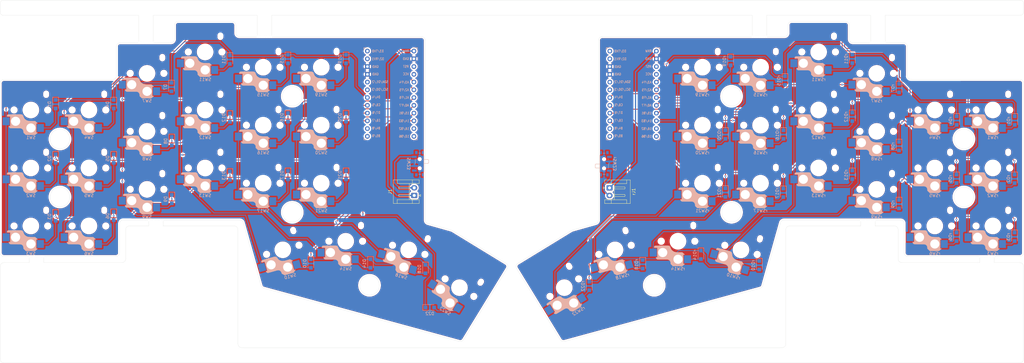
<source format=kicad_pcb>
(kicad_pcb (version 20240108) (generator "pcbnew") (generator_version "8.0")
  (layers (0 "F.Cu" signal) (31 "B.Cu" signal) (34 "B.Paste" user) (35 "F.Paste" user) (36 "B.SilkS" user "B.Silkscreen") (37 "F.SilkS" user "F.Silkscreen") (38 "B.Mask" user) (39 "F.Mask" user) (44 "Edge.Cuts" user))
  (net 0 "")
  (net 1 "Net-(D1-A)")
  (net 2 "Net-(D2-A)")
  (net 3 "Net-(D3-A)")
  (net 4 "Net-(D4-A)")
  (net 5 "Net-(D5-A)")
  (net 6 "Net-(D6-A)")
  (net 7 "Net-(D7-A)")
  (net 8 "Net-(D8-A)")
  (net 9 "Net-(D9-A)")
  (net 10 "Net-(D10-A)")
  (net 11 "Net-(D11-A)")
  (net 12 "Net-(D12-A)")
  (net 13 "Net-(D13-A)")
  (net 14 "Net-(D14-A)")
  (net 15 "Net-(D15-A)")
  (net 16 "Net-(D16-A)")
  (net 17 "Net-(D17-A)")
  (net 18 "Net-(D18-A)")
  (net 19 "Net-(D19-A)")
  (net 20 "Net-(D20-A)")
  (net 21 "Net-(D21-A)")
  (net 22 "Net-(D22-A)")
  (net 23 "GND")
  (net 44 "Net-(rD1-A)")
  (net 45 "Net-(rD2-A)")
  (net 46 "Net-(rD3-A)")
  (net 47 "Net-(rD4-A)")
  (net 48 "Net-(rD5-A)")
  (net 49 "Net-(rD6-A)")
  (net 50 "Net-(rD7-A)")
  (net 51 "Net-(rD8-A)")
  (net 52 "Net-(rD9-A)")
  (net 53 "Net-(rD10-A)")
  (net 54 "Net-(rD11-A)")
  (net 55 "Net-(rD12-A)")
  (net 56 "Net-(rD13-A)")
  (net 57 "Net-(rD14-A)")
  (net 58 "Net-(rD15-A)")
  (net 59 "Net-(rD16-A)")
  (net 60 "Net-(rD17-A)")
  (net 61 "Net-(rD18-A)")
  (net 62 "Net-(rD19-A)")
  (net 63 "Net-(rD20-A)")
  (net 64 "Net-(rD21-A)")
  (net 65 "Net-(rD22-A)")
  (net 66 "/Left/row0")
  (net 67 "/Left/row1")
  (net 68 "/Left/row2")
  (net 69 "/Left/B+")
  (net 70 "/Left/B-")
  (net 71 "/Left/col0")
  (net 72 "/Left/col1")
  (net 73 "/Left/col2")
  (net 74 "/Left/col3")
  (net 75 "/Left/col4")
  (net 76 "/Left/col5")
  (net 77 "/Left/row3")
  (net 78 "/Left/reset")
  (net 79 "/Right/row0")
  (net 80 "/Right/row1")
  (net 81 "/Right/row2")
  (net 82 "/Right/row3")
  (net 83 "/Right/B+")
  (net 84 "/Right/B-")
  (net 85 "/Right/col0")
  (net 86 "/Right/col1")
  (net 87 "/Right/col2")
  (net 88 "/Right/col3")
  (net 89 "/Right/col4")
  (net 90 "/Right/col5")
  (net 91 "/Right/reset")
  (net 92 "GND1")
  (footprint "kbd:Breakaway_Tabs" (layer "F.Cu") (at 323.275012 116.9)
    (property "Reference" "BT6")
    (property "Value" "Breakaway Tabs")
  )
  (footprint "kbd:Breakaway_Tabs" (layer "F.Cu") (at 362.275 128.9)
    (property "Reference" "BT5")
    (property "Value" "Breakaway Tabs")
  )
  (footprint "Connector_JST:JST_EH_S2B-EH_1x02_P2.50mm_Horizontal" (layer "F.Cu") (at 238.746502 106.220606 -90)
    (property "Reference" "rJ1")
    (property "Value" "Conn_01x02_Socket")
  )
  (footprint "Connector_JST:JST_EH_S2B-EH_1x02_P2.50mm_Horizontal" (layer "F.Cu") (at 174.850012 108.699998 90)
    (property "Reference" "J1")
    (property "Value" "Conn_01x02_Socket")
  )
  (footprint "kbd:Breakaway_Tabs" (layer "F.Cu") (at 326.5 58.5)
    (property "Reference" "BT8")
    (property "Value" "Breakaway Tabs")
  )
  (footprint "kbd:Breakaway_Tabs" (layer "F.Cu") (at 287.8 56.5)
    (property "Reference" "BT7")
    (property "Value" "Breakaway Tabs")
  )
  (footprint "kbd:Breakaway_Tabs" (layer "F.Cu") (at 87.1 58.5)
    (property "Reference" "BT3")
    (property "Value" "Breakaway Tabs")
  )
  (footprint "kbd:Breakaway_Tabs" (layer "F.Cu") (at 90.325 116.9)
    (property "Reference" "BT2")
    (property "Value" "Breakaway Tabs")
  )
  (footprint "kbd:Breakaway_Tabs" (layer "F.Cu") (at 51.325 128.9)
    (property "Reference" "BT1")
    (property "Value" "Breakaway Tabs")
  )
  (footprint "kbd:Breakaway_Tabs" (layer "F.Cu") (at 125.825 56.5)
    (property "Reference" "BT4")
    (property "Value" "Breakaway Tabs")
  )
  (footprint "Diode_SMD:Nexperia_CFP3_SOD-123W" (layer "B.Cu") (at 295.59493 107.849958 -90)
    (property "Reference" "rD17")
    (property "Value" "D")
  )
  (footprint "kbd:keyswitch_choc12_hotswap_1u" (layer "B.Cu") (at 152.45001 123.699998 180)
    (property "Reference" "SW14")
    (property "Value" "SW_PUSH" (hide yes))
  )
  (footprint "kbd:keyswitch_choc12_hotswap_1u" (layer "B.Cu") (at 87.45001 87.699998 180)
    (property "Reference" "SW8")
    (property "Value" "SW_PUSH" (hide yes))
  )
  (footprint "Diode_SMD:Nexperia_CFP3_SOD-123W" (layer "B.Cu") (at 278.344928 64.649958 -90)
    (property "Reference" "rD19")
    (property "Value" "D")
  )
  (footprint "kbd:keyswitch_choc12_hotswap_1u" (layer "B.Cu") (at 364.144928 80.699958 180)
    (property "Reference" "rSW1")
    (property "Value" "SW_PUSH" (hide yes))
  )
  (footprint "Diode_SMD:Nexperia_CFP3_SOD-123W" (layer "B.Cu") (at 95.550012 90.899998 -90)
    (property "Reference" "D8")
    (property "Value" "D")
  )
  (footprint "Diode_SMD:Nexperia_CFP3_SOD-123W" (layer "B.Cu") (at 152.550012 83.099998 -90)
    (property "Reference" "D20")
    (property "Value" "D")
  )
  (footprint "kbd:keyswitch_choc12_hotswap_1u" (layer "B.Cu") (at 125.45001 66.699998 180)
    (property "Reference" "SW15")
    (property "Value" "SW_PUSH" (hide yes))
  )
  (footprint "Diode_SMD:Nexperia_CFP3_SOD-123W" (layer "B.Cu") (at 371.244928 103.249958 -90)
    (property "Reference" "rD2")
    (property "Value" "D")
  )
  (footprint "kbd:keyswitch_choc12_hotswap_1u" (layer "B.Cu") (at 326.144928 68.699958 180)
    (property "Reference" "rSW7")
    (property "Value" "SW_PUSH" (hide yes))
  )
  (footprint "Diode_SMD:Nexperia_CFP3_SOD-123W" (layer "B.Cu") (at 57.550012 115.599998 -90)
    (property "Reference" "D3")
    (property "Value" "D")
  )
  (footprint "kbd:keyswitch_choc12_hotswap_1u" (layer "B.Cu") (at 144.45001 66.699998 180)
    (property "Reference" "SW19")
    (property "Value" "SW_PUSH" (hide yes))
  )
  (footprint "Diode_SMD:Nexperia_CFP3_SOD-123W" (layer "B.Cu") (at 268.644928 128.149958 -90)
    (property "Reference" "rD14")
    (property "Value" "D")
  )
  (footprint "kbd:keyswitch_choc12_hotswap_1u" (layer "B.Cu") (at 87.45001 68.699998 180)
    (property "Reference" "SW7")
    (property "Value" "SW_PUSH" (hide yes))
  )
  (footprint "Diode_SMD:Nexperia_CFP3_SOD-123W" (layer "B.Cu") (at 276.644928 107.749958 -90)
    (property "Reference" "rD21")
    (property "Value" "D")
  )
  (footprint "kbd:keyswitch_choc12_hotswap_1u" (layer "B.Cu") (at 307.144928 61.699958 180)
    (property "Reference" "rSW11")
    (property "Value" "SW_PUSH" (hide yes))
  )
  (footprint "kbd:keyswitch_choc12_hotswap_1u" (layer "B.Cu") (at 307.144928 80.699958 180)
    (property "Reference" "rSW12")
    (property "Value" "SW_PUSH" (hide yes))
  )
  (footprint "kbd:keyswitch_choc12_hotswap_1u" (layer "B.Cu") (at 223.944928 138.899958 -148.527)
    (property "Reference" "rSW22")
    (property "Value" "SW_PUSH" (hide yes))
  )
  (footprint "kbd:keyswitch_choc12_hotswap_1u" (layer "B.Cu") (at 345.144928 118.699958 180)
    (property "Reference" "rSW6")
    (property "Value" "SW_PUSH" (hide yes))
  )
  (footprint "kbd:keyswitch_choc12_hotswap_1u" (layer "B.Cu") (at 364.144928 99.699958 180)
    (property "Reference" "rSW2")
    (property "Value" "SW_PUSH" (hide yes))
  )
  (footprint "kbd:keyswitch_choc12_hotswap_1u" (layer "B.Cu") (at 326.144928 87.699958 180)
    (property "Reference" "rSW8")
    (property "Value" "SW_PUSH" (hide yes))
  )
  (footprint "kbd:ProMicro" (layer "B.Cu") (at 167.141412 75.877998 180)
    (property "Reference" "U1" (hide yes))
    (property "Value" "ProMicro" (hide yes))
  )
  (footprint "Diode_SMD:Nexperia_CFP3_SOD-123W" (layer "B.Cu") (at 114.550012 64.199998 -90)
    (property "Reference" "D11")
    (property "Value" "D")
  )
  (footprint "kbd:keyswitch_choc12_hotswap_1u" (layer "B.Cu") (at 189.65001 138.899998 148.527)
    (property "Reference" "SW22")
    (property "Value" "SW_PUSH" (hide yes))
  )
  (footprint "kbd:keyswitch_choc12_hotswap_1u" (layer "B.Cu") (at 345.144928 99.699958 180)
    (property "Reference" "rSW5")
    (property "Value" "SW_PUSH" (hide yes))
  )
  (footprint "Button_Switch_SMD:SW_SPDT_PCM12" (layer "B.Cu") (at 237.276502 98.320606 90)
    (property "Reference" "rSW23")
    (property "Value" "PCM12SMTR")
  )
  (footprint "Diode_SMD:Nexperia_CFP3_SOD-123W" (layer "B.Cu") (at 95.450012 73.199998 -90)
    (property "Reference" "D7")
    (property "Value" "D")
  )
  (footprint "kbd:keyswitch_choc12_hotswap_1u" (layer "B.Cu") (at 345.144928 80.699958 180)
    (property "Reference" "rSW4")
    (property "Value" "SW_PUSH" (hide yes))
  )
  (footprint "kbd:keyswitch_choc12_hotswap_1u" (layer "B.Cu") (at 106.45001 99.699998 180)
    (property "Reference" "SW13")
    (property "Value" "SW_PUSH" (hide yes))
  )
  (footprint "Diode_SMD:Nexperia_CFP3_SOD-123W" (layer "B.Cu") (at 295.644928 88.749958 -90)
    (property "Reference" "rD16")
    (property "Value" "D")
  )
  (footprint "Diode_SMD:Nexperia_CFP3_SOD-123W" (layer "B.Cu") (at 318.144928 82.949958 -90)
    (property "Reference" "rD12")
    (property "Value" "D")
  )
  (footprint "kbd:keyswitch_choc12_hotswap_1u" (layer "B.Cu") (at 364.144928 118.699958 180)
    (property "Reference" "rSW3")
    (property "Value" "SW_PUSH" (hide yes))
  )
  (footprint "Diode_SMD:Nexperia_CFP3_SOD-123W" (layer "B.Cu") (at 179.950012 145.399998)
    (property "Reference" "D22")
    (property "Value" "D")
  )
  (footprint "kbd:keyswitch_choc12_hotswap_1u" (layer "B.Cu") (at 173.05001 126.511937 164.281)
    (property "Reference" "SW18")
    (property "Value" "SW_PUSH" (hide yes))
  )
  (footprint "kbd:keyswitch_choc12_hotswap_1u" (layer "B.Cu") (at 49.45001 80.699998 180)
    (property "Reference" "SW1")
    (property "Value" "SW_PUSH" (hide yes))
  )
  (footprint "kbd:ProMicro" (layer "B.Cu") (at 246.456328 75.887958 180)
    (property "Reference" "rU1" (hide yes))
    (property "Value" "rProMicro" (hide yes))
  )
  (footprint "Diode_SMD:Nexperia_CFP3_SOD-123W" (layer "B.Cu") (at 276.644928 88.749958 -90)
    (property "Reference" "rD20")
    (property "Value" "D")
  )
  (footprint "Diode_SMD:Nexperia_CFP3_SOD-123W" (layer "B.Cu") (at 352.244928 122.249958 -90)
    (property "Reference" "rD6")
    (property "Value" "D")
  )
  (footprint "kbd:keyswitch_choc12_hotswap_1u" (layer "B.Cu") (at 131.858194 126.502908 -164.283)
    (property "Reference" "SW10")
    (property "Value" "SW_PUSH" (hide yes))
  )
  (footprint "Diode_SMD:Nexperia_CFP3_SOD-123W" (layer "B.Cu") (at 232.09493 138.349958 -90)
    (property "Reference" "rD22")
    (property "Value" "D")
  )
  (footprint "Diode_SMD:Nexperia_CFP3_SOD-123W" (layer "B.Cu") (at 57.550012 78.799998 -90)
    (property "Reference" "D1")
    (property "Value" "D")
  )
  (footprint "Diode_SMD:Nexperia_CFP3_SOD-123W" (layer "B.Cu") (at 318.144928 101.949958 -90)
    (property "Reference" "rD13")
    (property "Value" "D")
  )
  (footprint "kbd:keyswitch_choc12_hotswap_1u" (layer "B.Cu") (at 68.45001 99.699998 180)
    (property "Reference" "SW5")
    (property "Value" "SW_PUSH" (hide yes))
  )
  (footprint "Diode_SMD:Nexperia_CFP3_SOD-123W" (layer "B.Cu") (at 287.744928 131.549958 -90)
    (property "Reference" "rD10")
    (property "Value" "D")
  )
  (footprint "kbd:keyswitch_choc12_hotswap_1u" (layer "B.Cu") (at 49.45001 99.699998 180)
    (property "Reference" "SW2")
    (property "Value" "SW_PUSH" (hide yes))
  )
  (footprint "Diode_SMD:Nexperia_CFP3_SOD-123W" (layer "B.Cu") (at 352.244928 103.249958 -90)
    (property "Reference" "rD5")
    (property "Value" "D")
  )
  (footprint "Diode_SMD:Nexperia_CFP3_SOD-123W" (layer "B.Cu") (at 333.444928 73.549958 -90)
    (property "Reference" "rD7")
    (property "Value" "D")
  )
  (footprint "kbd:keyswitch_choc12_hotswap_1u" (layer "B.Cu") (at 125.45001 85.699998 180)
    (property "Reference" "SW16")
    (property "Value" "SW_PUSH" (hide yes))
  )
  (footprint "Diode_SMD:Nexperia_CFP3_SOD-123W" (layer "B.Cu") (at 371.294928 84.163562 -90)
    (property "Reference" "rD1")
    (property "Value" "D")
  )
  (footprint "Diode_SMD:Nexperia_CFP3_SOD-123W" (layer "B.Cu") (at 249.59493 131.249958 -90)
    (property "Reference" "rD18")
    (property "Value" "D")
  )
  (footprint "Diode_SMD:Nexperia_CFP3_SOD-123W" (layer "B.Cu") (at 133.550012 63.999998 -90)
    (property "Reference" "D15")
    (property "Value" "D")
  )
  (footprint "kbd:keyswitch_choc12_hotswap_1u" (layer "B.Cu") (at 49.45001 118.699998 180)
    (property "Reference" "SW3")
    (property "Value" "SW_PUSH" (hide yes))
  )
  (footprint "kbd:keyswitch_choc12_hotswap_1u" (layer "B.Cu") (at 307.144928 99.699958 180)
    (property "Reference" "rSW13")
    (property "Value" "SW_PUSH" (hide yes))
  )
  (footprint "kbd:keyswitch_choc12_hotswap_1u" (layer "B.Cu") (at 288.144928 104.699958 180)
    (property "Reference" "rSW17")
    (property "Value" "SW_PUSH" (hide yes))
  )
  (footprint "kbd:keyswitch_choc12_hotswap_1u" (layer "B.Cu") (at 281.743156 126.520551 164.283)
    (property "Reference" "rSW10")
    (property "Value" "SW_PUSH" (hide yes))
  )
  (footprint "Diode_SMD:Nexperia_CFP3_SOD-123W" (layer "B.Cu") (at 371.244928 122.249958 -90)
    (property "Reference" "rD3")
    (property "Value" "D")
  )
  (footprint "kbd:keyswitch_choc12_hotswap_1u" (layer "B.Cu") (at 269.144928 66.699958 180)
    (property "Reference" "rSW19")
    (property "Value" "SW_PUSH" (hide yes))
  )
  (footprint "Diode_SMD:Nexperia_CFP3_SOD-123W" (layer "B.Cu") (at 333.444928 92.549958 -90)
    (property "Reference" "rD8")
    (property "Value" "D")
  )
  (footprint "kbd:keyswitch_choc12_hotswap_1u" (layer "B.Cu") (at 125.45001 104.699998 180)
    (property "Reference" "SW17")
    (property "Value" "SW_PUSH" (hide yes))
  )
  (footprint "Button_Switch_SMD:SW_SPDT_PCM12" (layer "B.Cu") (at 176.320012 98.299998 -90)
    (property "Reference" "SW23")
    (property "Value" "PCM12SMTR")
  )
  (footprint "kbd:keyswitch_choc12_hotswap_1u" (layer "B.Cu") (at 269.144928 85.699958 180)
    (property "Reference" "rSW20")
    (property "Value" "SW_PUSH" (hide yes))
  )
  (footprint "Diode_SMD:Nexperia_CFP3_SOD-123W" (layer "B.Cu") (at 57.550012 96.599998 -90)
    (property "Reference" "D2")
    (property "Value" "D")
  )
  (footprint "Diode_SMD:Nexperia_CFP3_SOD-123W" (layer "B.Cu") (at 160.550012 130.999998 -90)
    (property "Reference" "D14")
    (property "Value" "D")
  )
  (footprint "kbd:keyswitch_choc12_hotswap_1u" (layer "B.Cu") (at 288.144928 85.699958 180)
    (property "Reference" "rSW16")
    (property "Value" "SW_PUSH" (hide yes))
  )
  (footprint "kbd:keyswitch_choc12_hotswap_1u" (layer "B.Cu") (at 68.45001 80.699998 180)
    (property "Reference" "SW4")
    (property "Value" "SW_PUSH" (hide yes))
  )
  (footprint "Diode_SMD:Nexperia_CFP3_SOD-123W" (layer "B.Cu") (at 352.294928 84.163562 -90)
    (property "Reference" "rD4")
    (property "Value" "D")
  )
  (footprint "Diode_SMD:Nexperia_CFP3_SOD-123W" (layer "B.Cu") (at 114.550012 83.199998 -90)
    (property "Reference" "D12")
    (property "Value" "D")
  )
  (footprint "Diode_SMD:Nexperia_CFP3_SOD-123W" (layer "B.Cu") (at 333.444928 111.549958 -90)
    (property "Reference" "rD9")
    (property "Value" "D")
  )
  (footprint "Diode_SMD:Nexperia_CFP3_SOD-123W" (layer "B.Cu") (at 133.550012 83.099998 -90)
    (property "Reference" "D16")
    (property "Value" "D")
  )
  (footprint "kbd:keyswitch_choc12_hotswap_1u" (layer "B.Cu") (at 269.144928 104.699958 180)
    (property "Reference" "rSW21")
    (property "Value" "SW_PUSH" (hide yes))
  )
  (footprint "kbd:keyswitch_choc12_hotswap_1u" (layer "B.Cu") (at 288.144928 66.699958 180)
    (property "Reference" "rSW15")
    (property "Value" "SW_PUSH" (hide yes))
  )
  (footprint "kbd:keyswitch_choc12_hotswap_1u" (layer "B.Cu") (at 240.546502 126.520606 -164.281)
    (property "Reference" "rSW18")
    (property "Value" "SW_PUSH" (hide yes))
  )
  (footprint "Diode_SMD:Nexperia_CFP3_SOD-123W" (layer "B.Cu") (at 95.550012 109.899998 -90)
    (property "Reference" "D9")
    (property "Value" "D")
  )
  (footprint "kbd:keyswitch_choc12_hotswap_1u" (layer "B.Cu") (at 144.45001 104.699998 180)
    (property "Reference" "SW21")
    (property "Value" "SW_PUSH" (hide yes))
  )
  (footprint "Diode_SMD:Nexperia_CFP3_SOD-123W" (layer "B.Cu") (at 296.144928 71.049958 -90)
    (property "Reference" "rD15")
    (property "Value" "D")
  )
  (footprint "kbd:keyswitch_choc12_hotswap_1u" (layer "B.Cu") (at 68.45001 118.699998 180)
    (property "Reference" "SW6")
    (property "Value" "SW_PUSH" (hide yes))
  )
  (footprint "Diode_SMD:Nexperia_CFP3_SOD-123W" (layer "B.Cu") (at 141.050012 130.999998 -90)
    (property "Reference" "D10")
    (property "Value" "D")
  )
  (footprint "Diode_SMD:Nexperia_CFP3_SOD-123W" (layer "B.Cu") (at 76.550012 78.799998 -90)
    (property "Reference" "D4")
    (property "Value" "D")
  )
  (footprint "Diode_SMD:Nexperia_CFP3_SOD-123W" (layer "B.Cu") (at 178.550012 132.799998 -90)
    (property "Reference" "D18")
    (property "Value" "D")
  )
  (footprint "Diode_SMD:Nexperia_CFP3_SOD-123W" (layer "B.Cu") (at 133.550012 101.999998 -90)
    (property "Reference" "D17")
    (property "Value" "D")
  )
  (footprint "Diode_SMD:Nexperia_CFP3_SOD-123W" (layer "B.Cu") (at 318.144928 63.949958 -90)
    (property "Reference" "rD11")
    (property "Value" "D")
  )
  (footprint "kbd:keyswitch_choc12_hotswap_1u" (layer "B.Cu") (at 144.45001 85.699998 180)
    (property "Reference" "SW20")
    (property "Value" "SW_PUSH" (hide yes))
  )
  (footprint "Diode_SMD:Nexperia_CFP3_SOD-123W" (layer "B.Cu") (at 152.550012 63.999998 -90)
    (property "Reference" "D19")
    (property "Value" "D")
  )
  (footprint "Diode_SMD:Nexperia_CFP3_SOD-123W" (layer "B.Cu") (at 76.550012 115.399998 -90)
    (property "Reference" "D6")
    (property "Value" "D")
  )
  (footprint "kbd:keyswitch_choc12_hotswap_1u" (layer "B.Cu") (at 87.45001 106.699998 180)
    (property "Reference" "SW9")
    (property "Value" "SW_PUSH" (hide yes))
  )
  (footprint "Diode_SMD:Nexperia_CFP3_SOD-123W" (layer "B.Cu") (at 76.550012 96.599998 -90)
    (property "Reference" "D5")
    (property "Value" "D")
  )
  (footprint "kbd:keyswitch_choc12_hotswap_1u" (layer "B.Cu") (at 106.45001 80.699998 180)
    (property "Reference" "SW12")
    (property "Value" "SW_PUSH" (hide yes))
  )
  (footprint "Diode_SMD:Nexperia_CFP3_SOD-123W" (layer "B.Cu") (at 114.550012 102.199998 -90)
    (property "Reference" "D13")
    (property "Value" "D")
  )
  (footprint "kbd:keyswitch_choc12_hotswap_1u" (layer "B.Cu") (at 326.144928 106.699958 180)
    (property "Reference" "rSW9")
    (property "Value" "SW_PUSH" (hide yes))
  )
  (footprint "Diode_SMD:Nexperia_CFP3_SOD-123W" (layer "B.Cu") (at 152.550012 101.999998 -90)
    (property "Reference" "D21")
    (property "Value" "D")
  )
  (footprint "kbd:keyswitch_choc12_hotswap_1u" (layer "B.Cu") (at 261.144928 123.699958 180)
    (property "Reference" "rSW14")
    (property "Value" "SW_PUSH" (hide yes))
  )
  (footprint "kbd:keyswitch_choc12_hotswap_1u" (layer "B.Cu") (at 106.45001 61.699998 180)
    (property "Reference" "SW11")
    (property "Value" "SW_PUSH" (hide yes))
  )
  (gr_line (start 290.150012 49.7) (end 324.150012 49.7) (stroke (width 0.05)) (layer "Edge.Cuts"))
  (gr_line (start 317.150012 57.499988) (end 317.150012 52.900012) (stroke (width 0.05)) (layer "Edge.Cuts"))
  (gr_curve (pts (xy 55.7 90.2) (xy 55.7 88.409961) (xy 57.160022 86.95) (xy 58.95 86.95)) (stroke (width 0.05)) (layer "Edge.Cuts"))
  (gr_curve (pts (xy 317.150012 52.900012) (xy 317.150012 52.239978) (xy 316.610034 51.7) (xy 315.95 51.7)) (stroke (width 0.05)) (layer "Edge.Cuts"))
  (gr_line (start 118.95 117.580005) (end 124.759998 138.219959) (stroke (width 0.05)) (layer "Edge.Cuts"))
  (gr_curve (pts (xy 205.250049 132.599963) (xy 205.600024 132.029956) (xy 205.420032 131.289966) (xy 204.860034 130.95)) (stroke (width 0.05)) (layer "Edge.Cuts"))
  (gr_curve (pts (xy 40.650012 70.7) (xy 39.990039 70.7) (xy 39.45 71.239978) (xy 39.45 71.900012)) (stroke (width 0.05)) (layer "Edge.Cuts"))
  (gr_line (start 372.95 130.7) (end 364.650012 130.7) (stroke (width 0.05)) (layer "Edge.Cuts"))
  (gr_line (start 364.650012 128.7) (end 372.95 128.7) (stroke (width 0.05)) (layer "Edge.Cuts"))
  (gr_curve (pts (xy 333.95 116.7) (xy 334.610034 116.7) (xy 335.150012 117.239978) (xy 335.150012 117.900012)) (stroke (width 0.05)) (layer "Edge.Cuts"))
  (gr_curve (pts (xy 39.45 162.339954) (xy 39.45 162.999988) (xy 39.990039 163.539966) (xy 40.650012 163.539966)) (stroke (width 0.05)) (layer "Edge.Cuts"))
  (gr_line (start 328.900012 58.7) (end 328.900012 49.7) (stroke (width 0.05)) (layer "Edge.Cuts"))
  (gr_line (start 117.190051 157.339954) (end 117.190051 119.900012) (stroke (width 0.05)) (layer "Edge.Cuts"))
  (gr_line (start 290.150012 56.7) (end 290.150012 49.7) (stroke (width 0.05)) (layer "Edge.Cuts"))
  (gr_line (start 48.95 128.7) (end 48.95 130.7) (stroke (width 0.05)) (layer "Edge.Cuts"))
  (gr_line (start 79.650012 116.7) (end 87.95 116.7) (stroke (width 0.05)) (layer "Edge.Cuts"))
  (gr_line (start 320.900012 116.7) (end 320.900012 118.7) (stroke (width 0.05)) (layer "Edge.Cuts"))
  (gr_curve (pts (xy 179.319995 117.919971) (xy 178.800037 117.770007) (xy 178.45 117.299976) (xy 178.45 116.770007)) (stroke (width 0.05)) (layer "Edge.Cuts"))
  (gr_line (start 334.95 58.7) (end 328.900012 58.7) (stroke (width 0.05)) (layer "Edge.Cuts"))
  (gr_curve (pts (xy 354.650012 105.95) (xy 356.440051 105.95) (xy 357.900012 107.409961) (xy 357.900012 109.2)) (stroke (width 0.05)) (layer "Edge.Cuts"))
  (gr_curve (pts (xy 58.95 112.45) (xy 57.160022 112.45) (xy 55.7 110.999988) (xy 55.7 109.2)) (stroke (width 0.05)) (layer "Edge.Cuts"))
  (gr_line (start 333.150012 129.499988) (end 333.150012 119.900012) (stroke (width 0.05)) (layer "Edge.Cuts"))
  (gr_curve (pts (xy 288.000049 139.059985) (xy 288.410022 138.95) (xy 288.72002 138.629993) (xy 288.840015 138.219959)) (stroke (width 0.05)) (layer "Edge.Cuts"))
  (gr_line (start 53.7 128.7) (end 77.250049 128.7) (stroke (width 0.05)) (layer "Edge.Cuts"))
  (gr_curve (pts (xy 96.45 57.499988) (xy 96.45 58.159961) (xy 95.910022 58.7) (xy 95.250049 58.7)) (stroke (width 0.05)) (layer "Edge.Cuts"))
  (gr_curve (pts (xy 187.340015 120.229968) (xy 187.250049 120.169971) (xy 187.150012 120.119983) (xy 187.040027 120.089954)) (stroke (width 0.05)) (layer "Edge.Cuts"))
  (gr_line (start 315.95 51.7) (end 298.350024 51.7) (stroke (width 0.05)) (layer "Edge.Cuts"))
  (gr_line (start 84.7 58.7) (end 78.650012 58.7) (stroke (width 0.05)) (layer "Edge.Cuts"))
  (gr_curve (pts (xy 208.740039 130.95) (xy 208.180042 131.289966) (xy 208.000049 132.029956) (xy 208.350024 132.599963)) (stroke (width 0.05)) (layer "Edge.Cuts"))
  (gr_line (start 53.7 130.7) (end 53.7 128.7) (stroke (width 0.05)) (layer "Edge.Cuts"))
  (gr_line (start 374.150012 162.339954) (end 374.150012 131.900012) (stroke (width 0.05)) (layer "Edge.Cuts"))
  (gr_line (start 123.45 56.7) (end 117.650012 56.7) (stroke (width 0.05)) (layer "Edge.Cuts"))
  (gr_curve (pts (xy 117.800037 116.7) (xy 118.330005 116.7) (xy 118.800037 117.059985) (xy 118.95 117.580005)) (stroke (width 0.05)) (layer "Edge.Cuts"))
  (gr_line (start 84.7 49.7) (end 84.7 58.7) (stroke (width 0.05)) (layer "Edge.Cuts"))
  (gr_curve (pts (xy 39.45 48.7) (xy 39.45 49.249988) (xy 39.900012 49.7) (xy 40.45 49.7)) (stroke (width 0.05)) (layer "Edge.Cuts"))
  (gr_curve (pts (xy 163.480029 138.129993) (xy 163.480029 139.919971) (xy 162.030017 141.379993) (xy 160.230029 141.379993)) (stroke (width 0.05)) (layer "Edge.Cuts"))
  (gr_curve (pts (xy 62.2 109.2) (xy 62.2 110.999988) (xy 60.740039 112.45) (xy 58.95 112.45)) (stroke (width 0.05)) (layer "Edge.Cuts"))
  (gr_line (start 39.45 71.900012) (end 39.45 127.499988) (stroke (width 0.05)) (layer "Edge.Cuts"))
  (gr_line (start 190.95 155.969959) (end 205.250049 132.599963) (stroke (width 0.05)) (layer "Edge.Cuts"))
  (gr_curve (pts (xy 55.7 109.2) (xy 55.7 107.409961) (xy 57.160022 105.95) (xy 58.95 105.95)) (stroke (width 0.05)) (layer "Edge.Cuts"))
  (gr_curve (pts (xy 318.350024 58.7) (xy 317.690051 58.7) (xy 317.150012 58.159961) (xy 317.150012 57.499988)) (stroke (width 0.05)) (layer "Edge.Cuts"))
  (gr_line (start 331.95 118.7) (end 325.650012 118.7) (stroke (width 0.05)) (layer "Edge.Cuts"))
  (gr_line (start 364.650012 130.7) (end 364.650012 128.7) (stroke (width 0.05)) (layer "Edge.Cuts"))
  (gr_line (start 288.840015 138.219959) (end 294.650012 117.580005) (stroke (width 0.05)) (layer "Edge.Cuts"))
  (gr_curve (pts (xy 281.900012 114.2) (xy 281.900012 115.999988) (xy 280.440051 117.45) (xy 278.650012 117.45)) (stroke (width 0.05)) (layer "Edge.Cuts"))
  (gr_line (start 40.45 49.7) (end 84.7 49.7) (stroke (width 0.05)) (layer "Edge.Cuts"))
  (gr_curve (pts (xy 134.95 117.45) (xy 133.160022 117.45) (xy 131.7 115.999988) (xy 131.7 114.2)) (stroke (width 0.05)) (layer "Edge.Cuts"))
  (gr_line (start 285.400012 49.7) (end 285.400012 56.7) (stroke (width 0.05)) (layer "Edge.Cuts"))
  (gr_line (start 76.250049 70.7) (end 40.650012 70.7) (stroke (width 0.05)) (layer "Edge.Cuts"))
  (gr_line (start 123.45 49.7) (end 123.45 56.7) (stroke (width 0.05)) (layer "Edge.Cuts"))
  (gr_line (start 295.800037 116.7) (end 320.900012 116.7) (stroke (width 0.05)) (layer "Edge.Cuts"))
  (gr_curve (pts (xy 250.110034 138.129993) (xy 250.110034 136.330005) (xy 251.569995 134.879993) (xy 253.360034 134.879993)) (stroke (width 0.05)) (layer "Edge.Cuts"))
  (gr_curve (pts (xy 134.95 79.45) (xy 133.160022 79.45) (xy 131.7 77.999988) (xy 131.7 76.2)) (stroke (width 0.05)) (layer "Edge.Cuts"))
  (gr_curve (pts (xy 160.230029 134.879993) (xy 162.030017 134.879993) (xy 163.480029 136.330005) (xy 163.480029 138.129993)) (stroke (width 0.05)) (layer "Edge.Cuts"))
  (gr_curve (pts (xy 336.150012 59.900012) (xy 336.150012 59.239978) (xy 335.610034 58.7) (xy 334.95 58.7)) (stroke (width 0.05)) (layer "Edge.Cuts"))
  (gr_curve (pts (xy 97.650012 51.7) (xy 96.990039 51.7) (xy 96.45 52.239978) (xy 96.45 52.900012)) (stroke (width 0.05)) (layer "Edge.Cuts"))
  (gr_line (start 335.150012 117.900012) (end 335.150012 127.499988) (stroke (width 0.05)) (layer "Edge.Cuts"))
  (gr_curve (pts (xy 80.45 129.499988) (xy 80.45 130.159961) (xy 79.910022 130.7) (xy 79.250049 130.7)) (stroke (width 0.05)) (layer "Edge.Cuts"))
  (gr_curve (pts (xy 297.150012 55.499988) (xy 297.150012 56.159961) (xy 296.610034 56.7) (xy 295.95 56.7)) (stroke (width 0.05)) (layer "Edge.Cuts"))
  (gr_line (start 359.900012 128.7) (end 359.900012 130.7) (stroke (width 0.05)) (layer "Edge.Cuts"))
  (gr_curve (pts (xy 58.95 93.45) (xy 57.160022 93.45) (xy 55.7 91.999988) (xy 55.7 90.2)) (stroke (width 0.05)) (layer "Edge.Cuts"))
  (gr_line (start 373.150012 44.7) (end 40.45 44.7) (stroke (width 0.05)) (layer "Edge.Cuts"))
  (gr_line (start 324.150012 58.7) (end 318.350024 58.7) (stroke (width 0.05)) (layer "Edge.Cuts"))
  (gr_line (start 374.150012 48.7) (end 374.150012 45.7) (stroke (width 0.05)) (layer "Edge.Cuts"))
  (gr_line (start 80.45 119.900012) (end 80.45 129.499988) (stroke (width 0.05)) (layer "Edge.Cuts"))
  (gr_curve (pts (xy 294.650012 117.580005) (xy 294.800037 117.059985) (xy 295.270007 116.7) (xy 295.800037 116.7)) (stroke (width 0.05)) (layer "Edge.Cuts"))
  (gr_curve (pts (xy 77.250049 128.7) (xy 77.910022 128.7) (xy 78.45 128.159961) (xy 78.45 127.499988)) (stroke (width 0.05)) (layer "Edge.Cuts"))
  (gr_curve (pts (xy 156.980029 138.129993) (xy 156.980029 136.330005) (xy 158.440051 134.879993) (xy 160.230029 134.879993)) (stroke (width 0.05)) (layer "Edge.Cuts"))
  (gr_curve (pts (xy 278.650012 79.45) (xy 276.850024 79.45) (xy 275.400012 77.999988) (xy 275.400012 76.2)) (stroke (width 0.05)) (layer "Edge.Cuts"))
  (gr_curve (pts (xy 116.45 52.900012) (xy 116.45 52.239978) (xy 115.910022 51.7) (xy 115.250049 51.7)) (stroke (width 0.05)) (layer "Edge.Cuts"))
  (gr_line (start 372.95 70.7) (end 337.350024 70.7) (stroke (width 0.05)) (layer "Edge.Cuts"))
  (gr_curve (pts (xy 117.190051 119.900012) (xy 117.190051 119.239978) (xy 116.650012 118.7) (xy 115.990039 118.7)) (stroke (width 0.05)) (layer "Edge.Cuts"))
  (gr_line (start 359.900012 130.7) (end 334.350024 130.7) (stroke (width 0.05)) (layer "Edge.Cuts"))
  (gr_curve (pts (xy 117.650012 56.7) (xy 116.990039 56.7) (xy 116.45 56.159961) (xy 116.45 55.499988)) (stroke (width 0.05)) (layer "Edge.Cuts"))
  (gr_line (start 39.45 131.900012) (end 39.45 162.339954) (stroke (width 0.05)) (layer "Edge.Cuts"))
  (gr_line (start 78.45 127.499988) (end 78.45 117.900012) (stroke (width 0.05)) (layer "Edge.Cuts"))
  (gr_line (start 115.990039 118.7) (end 92.7 118.7) (stroke (width 0.05)) (layer "Edge.Cuts"))
  (gr_curve (pts (xy 118.390002 158.539966) (xy 117.730029 158.539966) (xy 117.190051 157.999988) (xy 117.190051 157.339954)) (stroke (width 0.05)) (layer "Edge.Cuts"))
  (gr_curve (pts (xy 281.900012 76.2) (xy 281.900012 77.999988) (xy 280.440051 79.45) (xy 278.650012 79.45)) (stroke (width 0.05)) (layer "Edge.Cuts"))
  (gr_line (start 39.45 45.7) (end 39.45 48.7) (stroke (width 0.05)) (layer "Edge.Cuts"))
  (gr_line (start 325.650012 118.7) (end 325.650012 116.7) (stroke (width 0.05)) (layer "Edge.Cuts"))
  (gr_curve (pts (xy 357.900012 109.2) (xy 357.900012 110.999988) (xy 356.440051 112.45) (xy 354.650012 112.45)) (stroke (width 0.05)) (layer "Edge.Cuts"))
  (gr_line (start 128.2 56.7) (end 128.2 49.7) (stroke (width 0.05)) (layer "Edge.Cuts"))
  (gr_line (start 374.150012 127.499988) (end 374.150012 71.900012) (stroke (width 0.05)) (layer "Edge.Cuts"))
  (gr_curve (pts (xy 131.7 114.2) (xy 131.7 112.409961) (xy 133.160022 110.95) (xy 134.95 110.95)) (stroke (width 0.05)) (layer "Edge.Cuts"))
  (gr_line (start 234.280017 117.919971) (end 226.560046 120.089954) (stroke (width 0.05)) (layer "Edge.Cuts"))
  (gr_line (start 125.600024 139.059985) (end 189.610034 156.499988) (stroke (width 0.05)) (layer "Edge.Cuts"))
  (gr_curve (pts (xy 77.45 69.499988) (xy 77.45 70.159961) (xy 76.910022 70.7) (xy 76.250049 70.7)) (stroke (width 0.05)) (layer "Edge.Cuts"))
  (gr_line (start 48.95 130.7) (end 40.650012 130.7) (stroke (width 0.05)) (layer "Edge.Cuts"))
  (gr_curve (pts (xy 278.650012 110.95) (xy 280.440051 110.95) (xy 281.900012 112.409961) (xy 281.900012 114.2)) (stroke (width 0.05)) (layer "Edge.Cuts"))
  (gr_curve (pts (xy 278.650012 72.95) (xy 280.440051 72.95) (xy 281.900012 74.409961) (xy 281.900012 76.2)) (stroke (width 0.05)) (layer "Edge.Cuts"))
  (gr_curve (pts (xy 58.95 105.95) (xy 60.740039 105.95) (xy 62.2 107.409961) (xy 62.2 109.2)) (stroke (width 0.05)) (layer "Edge.Cuts"))
  (gr_curve (pts (xy 81.650012 118.7) (xy 80.990039 118.7) (xy 80.45 119.239978) (xy 80.45 119.900012)) (stroke (width 0.05)) (layer "Edge.Cuts"))
  (gr_curve (pts (xy 138.2 114.2) (xy 138.2 115.999988) (xy 136.740039 117.45) (xy 134.95 117.45)) (stroke (width 0.05)) (layer "Edge.Cuts"))
  (gr_line (start 235.150012 57.900012) (end 235.150012 116.770007) (stroke (width 0.05)) (layer "Edge.Cuts"))
  (gr_line (start 128.2 49.7) (end 285.400012 49.7) (stroke (width 0.05)) (layer "Edge.Cuts"))
  (gr_curve (pts (xy 178.45 57.900012) (xy 178.45 57.239978) (xy 177.910022 56.7) (xy 177.250049 56.7)) (stroke (width 0.05)) (layer "Edge.Cuts"))
  (gr_line (start 328.900012 49.7) (end 373.150012 49.7) (stroke (width 0.05)) (layer "Edge.Cuts"))
  (gr_curve (pts (xy 372.95 128.7) (xy 373.610034 128.7) (xy 374.150012 128.159961) (xy 374.150012 127.499988)) (stroke (width 0.05)) (layer "Edge.Cuts"))
  (gr_line (start 40.650012 163.539966) (end 372.95 163.539966) (stroke (width 0.05)) (layer "Edge.Cuts"))
  (gr_curve (pts (xy 278.650012 117.45) (xy 276.850024 117.45) (xy 275.400012 115.999988) (xy 275.400012 114.2)) (stroke (width 0.05)) (layer "Edge.Cuts"))
  (gr_curve (pts (xy 357.900012 90.2) (xy 357.900012 91.999988) (xy 356.440051 93.45) (xy 354.650012 93.45)) (stroke (width 0.05)) (layer "Edge.Cuts"))
  (gr_curve (pts (xy 222.650012 155.969959) (xy 222.930042 156.419971) (xy 223.480029 156.640003) (xy 223.990039 156.499988)) (stroke (width 0.05)) (layer "Edge.Cuts"))
  (gr_line (start 87.95 118.7) (end 81.650012 118.7) (stroke (width 0.05)) (layer "Edge.Cuts"))
  (gr_curve (pts (xy 160.230029 141.379993) (xy 158.440051 141.379993) (xy 156.980029 139.919971) (xy 156.980029 138.129993)) (stroke (width 0.05)) (layer "Edge.Cuts"))
  (gr_line (start 295.21001 158.539966) (end 118.390002 158.539966) (stroke (width 0.05)) (layer "Edge.Cuts"))
  (gr_line (start 92.7 116.7) (end 117.800037 116.7) (stroke (width 0.05)) (layer "Edge.Cuts"))
  (gr_curve (pts (xy 236.350024 56.7) (xy 235.690051 56.7) (xy 235.150012 57.239978) (xy 235.150012 57.900012)) (stroke (width 0.05)) (layer "Edge.Cuts"))
  (gr_line (start 79.250049 130.7) (end 53.7 130.7) (stroke (width 0.05)) (layer "Edge.Cuts"))
  (gr_curve (pts (xy 334.350024 130.7) (xy 333.680042 130.7) (xy 333.150012 130.159961) (xy 333.150012 129.499988)) (stroke (width 0.05)) (layer "Edge.Cuts"))
  (gr_line (start 226.259998 120.229968) (end 208.740039 130.95) (stroke (width 0.05)) (layer "Edge.Cuts"))
  (gr_curve (pts (xy 124.759998 138.219959) (xy 124.879993 138.629993) (xy 125.190051 138.95) (xy 125.600024 139.059985)) (stroke (width 0.05)) (layer "Edge.Cuts"))
  (gr_curve (pts (xy 354.650012 86.95) (xy 356.440051 86.95) (xy 357.900012 88.409961) (xy 357.900012 90.2)) (stroke (width 0.05)) (layer "Edge.Cuts"))
  (gr_line (start 187.040027 120.089954) (end 179.319995 117.919971) (stroke (width 0.05)) (layer "Edge.Cuts"))
  (gr_line (start 204.860034 130.95) (end 187.340015 120.229968) (stroke (width 0.05)) (layer "Edge.Cuts"))
  (gr_curve (pts (xy 335.150012 127.499988) (xy 335.150012 128.159961) (xy 335.690051 128.7) (xy 336.350024 128.7)) (stroke (width 0.05)) (layer "Edge.Cuts"))
  (gr_curve (pts (xy 40.650012 130.7) (xy 39.990039 130.7) (xy 39.45 131.239978) (xy 39.45 131.900012)) (stroke (width 0.05)) (layer "Edge.Cuts"))
  (gr_curve (pts (xy 373.150012 49.7) (xy 373.7 49.7) (xy 374.150012 49.249988) (xy 374.150012 48.7)) (stroke (width 0.05)) (layer "Edge.Cuts"))
  (gr_line (start 87.95 116.7) (end 87.95 118.7) (stroke (width 0.05)) (layer "Edge.Cuts"))
  (gr_curve (pts (xy 374.150012 45.7) (xy 374.150012 45.150012) (xy 373.7 44.7) (xy 373.150012 44.7)) (stroke (width 0.05)) (layer "Edge.Cuts"))
  (gr_curve (pts (xy 374.150012 71.900012) (xy 374.150012 71.239978) (xy 373.610034 70.7) (xy 372.95 70.7)) (stroke (width 0.05)) (layer "Edge.Cuts"))
  (gr_curve (pts (xy 58.95 86.95) (xy 60.740039 86.95) (xy 62.2 88.409961) (xy 62.2 90.2)) (stroke (width 0.05)) (layer "Edge.Cuts"))
  (gr_curve (pts (xy 351.400012 90.2) (xy 351.400012 88.409961) (xy 352.850024 86.95) (xy 354.650012 86.95)) (stroke (width 0.05)) (layer "Edge.Cuts"))
  (gr_curve (pts (xy 134.95 72.95) (xy 136.740039 72.95) (xy 138.2 74.409961) (xy 138.2 76.2)) (stroke (width 0.05)) (layer "Edge.Cuts"))
  (gr_line (start 177.250049 56.7) (end 128.2 56.7) (stroke (width 0.05)) (layer "Edge.Cuts"))
  (gr_line (start 95.250049 58.7) (end 89.45 58.7) (stroke (width 0.05)) (layer "Edge.Cuts"))
  (gr_curve (pts (xy 134.95 110.95) (xy 136.740039 110.95) (xy 138.2 112.409961) (xy 138.2 114.2)) (stroke (width 0.05)) (layer "Edge.Cuts"))
  (gr_line (start 336.350024 128.7) (end 359.900012 128.7) (stroke (width 0.05)) (layer "Edge.Cuts"))
  (gr_line (start 208.350024 132.599963) (end 222.650012 155.969959) (stroke (width 0.05)) (layer "Edge.Cuts"))
  (gr_curve (pts (xy 253.360034 141.379993) (xy 251.569995 141.379993) (xy 250.110034 139.919971) (xy 250.110034 138.129993)) (stroke (width 0.05)) (layer "Edge.Cuts"))
  (gr_line (start 115.250049 51.7) (end 97.650012 51.7) (stroke (width 0.05)) (layer "Edge.Cuts"))
  (gr_line (start 296.410022 119.900012) (end 296.410022 157.339954) (stroke (width 0.05)) (layer "Edge.Cuts"))
  (gr_line (start 325.650012 116.7) (end 333.95 116.7) (stroke (width 0.05)) (layer "Edge.Cuts"))
  (gr_curve (pts (xy 253.360034 134.879993) (xy 255.160022 134.879993) (xy 256.610034 136.330005) (xy 256.610034 138.129993)) (stroke (width 0.05)) (layer "Edge.Cuts"))
  (gr_curve (pts (xy 235.150012 116.770007) (xy 235.150012 117.299976) (xy 234.800037 117.770007) (xy 234.280017 117.919971)) (stroke (width 0.05)) (layer "Edge.Cuts"))
  (gr_line (start 116.45 55.499988) (end 116.45 52.900012) (stroke (width 0.05)) (layer "Edge.Cuts"))
  (gr_curve (pts (xy 354.650012 112.45) (xy 352.850024 112.45) (xy 351.400012 110.999988) (xy 351.400012 109.2)) (stroke (width 0.05)) (layer "Edge.Cuts"))
  (gr_curve (pts (xy 78.650012 58.7) (xy 77.990039 58.7) (xy 77.45 59.239978) (xy 77.45 59.900012)) (stroke (width 0.05)) (layer "Edge.Cuts"))
  (gr_curve (pts (xy 226.560046 120.089954) (xy 226.45 120.119983) (xy 226.350024 120.169971) (xy 226.259998 120.229968)) (stroke (width 0.05)) (layer "Edge.Cuts"))
  (gr_line (start 89.45 58.7) (end 89.45 49.7) (stroke (width 0.05)) (layer "Edge.Cuts"))
  (gr_curve (pts (xy 296.410022 157.339954) (xy 296.410022 157.999988) (xy 295.870044 158.539966) (xy 295.21001 158.539966)) (stroke (width 0.05)) (layer "Edge.Cuts"))
  (gr_line (start 40.650012 128.7) (end 48.95 128.7) (stroke (width 0.05)) (layer "Edge.Cuts"))
  (gr_line (start 178.45 116.770007) (end 178.45 57.900012) (stroke (width 0.05)) (layer "Edge.Cuts"))
  (gr_curve (pts (xy 40.45 44.7) (xy 39.900012 44.7) (xy 39.45 45.150012) (xy 39.45 45.7)) (stroke (width 0.05)) (layer "Edge.Cuts"))
  (gr_curve (pts (xy 78.45 117.900012) (xy 78.45 117.239978) (xy 78.990039 116.7) (xy 79.650012 116.7)) (stroke (width 0.05)) (layer "Edge.Cuts"))
  (gr_line (start 89.45 49.7) (end 123.45 49.7) (stroke (width 0.05)) (layer "Edge.Cuts"))
  (gr_curve (pts (xy 275.400012 76.2) (xy 275.400012 74.409961) (xy 276.850024 72.95) (xy 278.650012 72.95)) (stroke (width 0.05)) (layer "Edge.Cuts"))
  (gr_curve (pts (xy 189.610034 156.499988) (xy 190.120044 156.640003) (xy 190.670032 156.419971) (xy 190.95 155.969959)) (stroke (width 0.05)) (layer "Edge.Cuts"))
  (gr_curve (pts (xy 374.150012 131.900012) (xy 374.150012 131.239978) (xy 373.610034 130.7) (xy 372.95 130.7)) (stroke (width 0.05)) (layer "Edge.Cuts"))
  (gr_line (start 285.400012 56.7) (end 236.350024 56.7) (stroke (width 0.05)) (layer "Edge.Cuts"))
  (gr_line (start 92.7 118.7) (end 92.7 116.7) (stroke (width 0.05)) (layer "Edge.Cuts"))
  (gr_curve (pts (xy 333.150012 119.900012) (xy 333.150012 119.239978) (xy 332.610034 118.7) (xy 331.95 118.7)) (stroke (width 0.05)) (layer "Edge.Cuts"))
  (gr_curve (pts (xy 298.350024 51.7) (xy 297.690051 51.7) (xy 297.150012 52.239978) (xy 297.150012 52.900012)) (stroke (width 0.05)) (layer "Edge.Cuts"))
  (gr_line (start 320.900012 118.7) (end 297.610034 118.7) (stroke (width 0.05)) (layer "Edge.Cuts"))
  (gr_line (start 295.95 56.7) (end 290.150012 56.7) (stroke (width 0.05)) (layer "Edge.Cuts"))
  (gr_line (start 324.150012 49.7) (end 324.150012 58.7) (stroke (width 0.05)) (layer "Edge.Cuts"))
  (gr_curve (pts (xy 256.610034 138.129993) (xy 256.610034 139.919971) (xy 255.160022 141.379993) (xy 253.360034 141.379993)) (stroke (width 0.05)) (layer "Edge.Cuts"))
  (gr_curve (pts (xy 354.650012 93.45) (xy 352.850024 93.45) (xy 351.400012 91.999988) (xy 351.400012 90.2)) (stroke (width 0.05)) (layer "Edge.Cuts"))
  (gr_curve (pts (xy 275.400012 114.2) (xy 275.400012 112.409961) (xy 276.850024 110.95) (xy 278.650012 110.95)) (stroke (width 0.05)) (layer "Edge.Cuts"))
  (gr_line (start 223.990039 156.499988) (end 288.000049 139.059985) (stroke (width 0.05)) (layer "Edge.Cuts"))
  (gr_curve (pts (xy 138.2 76.2) (xy 138.2 77.999988) (xy 136.740039 79.45) (xy 134.95 79.45)) (stroke (width 0.05)) (layer "Edge.Cuts"))
  (gr_curve (pts (xy 39.45 127.499988) (xy 39.45 128.159961) (xy 39.990039 128.7) (xy 40.650012 128.7)) (stroke (width 0.05)) (layer "Edge.Cuts"))
  (gr_line (start 336.150012 69.499988) (end 336.150012 59.900012) (stroke (width 0.05)) (layer "Edge.Cuts"))
  (gr_curve (pts (xy 351.400012 109.2) (xy 351.400012 107.409961) (xy 352.850024 105.95) (xy 354.650012 105.95)) (stroke (width 0.05)) (layer "Edge.Cuts"))
  (gr_curve (pts (xy 62.2 90.2) (xy 62.2 91.999988) (xy 60.740039 93.45) (xy 58.95 93.45)) (stroke (width 0.05)) (layer "Edge.Cuts"))
  (gr_curve (pts (xy 131.7 76.2) (xy 131.7 74.409961) (xy 133.160022 72.95) (xy 134.95 72.95)) (stroke (width 0.05)) (layer "Edge.Cuts"))
  (gr_curve (pts (xy 372.95 163.539966) (xy 373.610034 163.539966) (xy 374.150012 162.999988) (xy 374.150012 162.339954)) (stroke (width 0.05)) (layer "Edge.Cuts"))
  (gr_line (start 297.150012 52.900012) (end 297.150012 55.499988) (stroke (width 0.05)) (layer "Edge.Cuts"))
  (gr_curve (pts (xy 297.610034 118.7) (xy 296.95 118.7) (xy 296.410022 119.239978) (xy 296.410022 119.900012)) (stroke (width 0.05)) (layer "Edge.Cuts"))
  (gr_line (start 96.45 52.900012) (end 96.45 57.499988) (stroke (width 0.05)) (layer "Edge.Cuts"))
  (gr_curve (pts (xy 337.350024 70.7) (xy 336.690051 70.7) (xy 336.150012 70.159961) (xy 336.150012 69.499988)) (stroke (width 0.05)) (layer "Edge.Cuts"))
  (gr_line (start 77.45 59.900012) (end 77.45 69.499988) (stroke (width 0.05)) (layer "Edge.Cuts"))
  (segment (start 57.550012 84.899998) (end 55.850012 86.599998) (width 0.25) (layer "B.Cu") (net 1))
  (segment (start 55.850012 86.599998) (end 52.55001 86.599998) (width 0.25) (layer "B.Cu") (net 1))
  (segment (start 57.550012 80.199998) (end 57.550012 84.899998) (width 0.25) (layer "B.Cu") (net 1))
  (segment (start 57.550012 103.899998) (end 55.850012 105.599998) (width 0.25) (layer "B.Cu") (net 2))
  (segment (start 55.850012 105.599998) (end 52.55001 105.599998) (width 0.25) (layer "B.Cu") (net 2))
  (segment (start 57.550012 97.999998) (end 57.550012 103.899998) (width 0.25) (layer "B.Cu") (net 2))
  (segment (start 55.050012 124.599998) (end 52.550012 124.599998) (width 0.25) (layer "B.Cu") (net 3))
  (segment (start 57.550014 122.099996) (end 55.050012 124.599998) (width 0.25) (layer "B.Cu") (net 3))
  (segment (start 57.550014 116.999998) (end 57.550014 122.099996) (width 0.25) (layer "B.Cu") (net 3))
  (segment (start 76.550012 80.199998) (end 76.550012 84.899998) (width 0.25) (layer "B.Cu") (net 4))
  (segment (start 76.550012 84.899998) (end 74.850012 86.599998) (width 0.25) (layer "B.Cu") (net 4))
  (segment (start 74.850012 86.599998) (end 71.55001 86.599998) (width 0.25) (layer "B.Cu") (net 4))
  (segment (start 76.550014 103.899998) (end 74.850014 105.599998) (width 0.25) (layer "B.Cu") (net 5))
  (segment (start 74.850014 105.599998) (end 71.550012 105.599998) (width 0.25) (layer "B.Cu") (net 5))
  (segment (start 76.550014 97.999998) (end 76.550014 103.899998) (width 0.25) (layer "B.Cu") (net 5))
  (segment (start 76.550014 122.299996) (end 74.250012 124.599998) (width 0.25) (layer "B.Cu") (net 6))
  (segment (start 76.550014 116.999998) (end 76.550014 122.299996) (width 0.25) (layer "B.Cu") (net 6))
  (segment (start 74.250012 124.599998) (end 71.550012 124.599998) (width 0.25) (layer "B.Cu") (net 6))
  (segment (start 90.55001 74.599998) (end 95.450012 74.599998) (width 0.2) (layer "B.Cu") (net 7))
  (segment (start 94.250012 93.599998) (end 95.550012 92.299998) (width 0.25) (layer "B.Cu") (net 8))
  (segment (start 90.55001 93.599998) (end 94.350012 93.599998) (width 0.25) (layer "B.Cu") (net 8))
  (segment (start 94.250012 112.599998) (end 95.550012 111.299998) (width 0.25) (layer "B.Cu") (net 9))
  (segment (start 90.55001 112.599998) (end 94.250012 112.599998) (width 0.25) (layer "B.Cu") (net 9))
  (segment (start 141.050012 132.399998) (end 137.497946 132.399998) (width 0.25) (layer "B.Cu") (net 10))
  (segment (start 137.497946 132.399998) (end 136.440517 131.342569) (width 0.25) (layer "B.Cu") (net 10))
  (segment (start 112.550012 67.599998) (end 114.550012 65.599998) (width 0.25) (layer "B.Cu") (net 11))
  (segment (start 109.55001 67.599998) (end 112.550012 67.599998) (width 0.25) (layer "B.Cu") (net 11))
  (segment (start 112.550012 86.599998) (end 114.550012 84.599998) (width 0.25) (layer "B.Cu") (net 12))
  (segment (start 109.55001 86.599998) (end 112.550012 86.599998) (width 0.25) (layer "B.Cu") (net 12))
  (segment (start 109.55001 105.599998) (end 112.550012 105.599998) (width 0.25) (layer "B.Cu") (net 13))
  (segment (start 112.550012 105.599998) (end 114.550012 103.599998) (width 0.25) (layer "B.Cu") (net 13))
  (segment (start 160.550012 132.399998) (end 158.35001 132.399998) (width 0.25) (layer "B.Cu") (net 14))
  (segment (start 158.35001 132.399998) (end 155.55001 129.599998) (width 0.25) (layer "B.Cu") (net 14))
  (segment (start 133.550012 65.399998) (end 133.550012 70.399998) (width 0.25) (layer "B.Cu") (net 15))
  (segment (start 131.350012 72.599998) (end 128.55001 72.599998) (width 0.25) (layer "B.Cu") (net 15))
  (segment (start 133.550012 70.399998) (end 131.350012 72.599998) (width 0.25) (layer "B.Cu") (net 15))
  (segment (start 133.550012 89.199998) (end 133.550012 84.499998) (width 0.25) (layer "B.Cu") (net 16))
  (segment (start 131.150012 91.599998) (end 133.550012 89.199998) (width 0.25) (layer "B.Cu") (net 16))
  (segment (start 128.55001 91.599998) (end 131.150012 91.599998) (width 0.25) (layer "B.Cu") (net 16))
  (segment (start 128.55001 110.599998) (end 130.750012 110.599998) (width 0.25) (layer "B.Cu") (net 17))
  (segment (start 133.550012 107.799998) (end 133.550012 103.399998) (width 0.25) (layer "B.Cu") (net 17))
  (segment (start 130.750012 110.599998) (end 133.550012 107.799998) (width 0.25) (layer "B.Cu") (net 17))
  (segment (start 178.550012 134.199998) (end 175.604508 134.199998) (width 0.25) (layer "B.Cu") (net 18))
  (segment (start 175.604508 134.199998) (end 174.43565 133.03114) (width 0.25) (layer "B.Cu") (net 18))
  (segment (start 152.550012 70.299998) (end 150.250012 72.599998) (width 0.25) (layer "B.Cu") (net 19))
  (segment (start 150.250012 72.599998) (end 147.55001 72.599998) (width 0.25) (layer "B.Cu") (net 19))
  (segment (start 152.550012 65.399998) (end 152.550012 70.299998) (width 0.25) (layer "B.Cu") (net 19))
  (segment (start 150.150014 91.599998) (end 152.550014 89.199998) (width 0.25) (layer "B.Cu") (net 20))
  (segment (start 152.550014 89.199998) (end 152.550014 84.499998) (width 0.25) (layer "B.Cu") (net 20))
  (segment (start 147.550012 91.599998) (end 150.150014 91.599998) (width 0.25) (layer "B.Cu") (net 20))
  (segment (start 147.55001 110.599998) (end 149.850012 110.599998) (width 0.25) (layer "B.Cu") (net 21))
  (segment (start 149.850012 110.599998) (end 152.550012 107.899998) (width 0.25) (layer "B.Cu") (net 21))
  (segment (start 152.550012 107.899998) (end 152.550012 103.399998) (width 0.25) (layer "B.Cu") (net 21))
  (segment (start 189.213587 145.550527) (end 188.268121 146.495993) (width 0.25) (layer "B.Cu") (net 22))
  (segment (start 182.446007 146.495993) (end 181.350012 145.399998) (width 0.25) (layer "B.Cu") (net 22))
  (segment (start 188.268121 146.495993) (end 182.446007 146.495993) (width 0.25) (layer "B.Cu") (net 22))
  (segment (start 367.244928 86.599958) (end 370.258532 86.599958) (width 0.25) (layer "B.Cu") (net 44))
  (segment (start 370.258532 86.599958) (end 371.294928 85.563562) (width 0.25) (layer "B.Cu") (net 44))
  (segment (start 367.244928 105.599958) (end 370.294928 105.599958) (width 0.25) (layer "B.Cu") (net 45))
  (segment (start 370.294928 105.599958) (end 371.244928 104.649958) (width 0.25) (layer "B.Cu") (net 45))
  (segment (start 370.294928 124.599958) (end 371.244928 123.649958) (width 0.25) (layer "B.Cu") (net 46))
  (segment (start 367.244928 124.599958) (end 370.294928 124.599958) (width 0.25) (layer "B.Cu") (net 46))
  (segment (start 351.258532 86.599958) (end 352.294928 85.563562) (width 0.25) (layer "B.Cu") (net 47))
  (segment (start 348.244928 86.599958) (end 351.258532 86.599958) (width 0.25) (layer "B.Cu") (net 47))
  (segment (start 351.294928 105.599958) (end 352.244928 104.649958) (width 0.25) (layer "B.Cu") (net 48))
  (segment (start 348.244928 105.599958) (end 351.294928 105.599958) (width 0.25) (layer "B.Cu") (net 48))
  (segment (start 348.244928 124.599958) (end 351.294928 124.599958) (width 0.25) (layer "B.Cu") (net 49))
  (segment (start 351.294928 124.599958) (end 352.244928 123.649958) (width 0.25) (layer "B.Cu") (net 49))
  (segment (start 329.294928 74.549958) (end 329.244928 74.599958) (width 0.2) (layer "B.Cu") (net 50))
  (segment (start 333.444928 74.949958) (end 329.594928 74.949958) (width 0.25) (layer "B.Cu") (net 50))
  (segment (start 329.594928 74.949958) (end 329.244928 74.599958) (width 0.25) (layer "B.Cu") (net 50))
  (segment (start 329.594928 93.949958) (end 329.244928 93.599958) (width 0.25) (layer "B.Cu") (net 51))
  (segment (start 333.444928 93.949958) (end 329.594928 93.949958) (width 0.25) (layer "B.Cu") (net 51))
  (segment (start 329.594928 112.949958) (end 329.244928 112.599958) (width 0.25) (layer "B.Cu") (net 52))
  (segment (start 333.444928 112.949958) (end 329.594928 112.949958) (width 0.25) (layer "B.Cu") (net 52))
  (segment (start 287.744928 132.949958) (end 283.218771 132.949958) (width 0.25) (layer "B.Cu") (net 53))
  (segment (start 283.218771 132.949958) (end 283.129024 133.039705) (width 0.25) (layer "B.Cu") (net 53))
  (segment (start 318.144928 65.349958) (end 318.144928 66.449958) (width 0.25) (layer "B.Cu") (net 54))
  (segment (start 318.144928 66.449958) (end 316.994928 67.599958) (width 0.25) (layer "B.Cu") (net 54))
  (segment (start 316.994928 67.599958) (end 310.244928 67.599958) (width 0.25) (layer "B.Cu") (net 54))
  (segment (start 318.144928 85.449958) (end 316.994928 86.599958) (width 0.25) (layer "B.Cu") (net 55))
  (segment (start 316.994928 86.599958) (end 310.244928 86.599958) (width 0.25) (layer "B.Cu") (net 55))
  (segment (start 318.144928 84.349958) (end 318.144928 85.449958) (width 0.25) (layer "B.Cu") (net 55))
  (segment (start 318.144928 104.449958) (end 316.994928 105.599958) (width 0.25) (layer "B.Cu") (net 56))
  (segment (start 316.994928 105.599958) (end 310.244928 105.599958) (width 0.25) (layer "B.Cu") (net 56))
  (segment (start 318.144928 103.349958) (end 318.144928 104.449958) (width 0.25) (layer "B.Cu") (net 56))
  (segment (start 268.594928 129.599958) (end 268.644928 129.549958) (width 0.25) (layer "B.Cu") (net 57))
  (segment (start 264.244928 129.599958) (end 268.594928 129.599958) (width 0.25) (layer "B.Cu") (net 57))
  (segment (start 291.394928 72.449958) (end 291.244928 72.599958) (width 0.25) (layer "B.Cu") (net 58))
  (segment (start 296.144928 72.449958) (end 291.394928 72.449958) (width 0.25) (layer "B.Cu") (net 58))
  (segment (start 291.244928 91.599958) (end 294.194928 91.599958) (width 0.25) (layer "B.Cu") (net 59))
  (segment (start 294.194928 91.599958) (end 295.644928 90.149958) (width 0.25) (layer "B.Cu") (net 59))
  (segment (start 291.394928 91.449958) (end 291.244928 91.599958) (width 0.25) (layer "B.Cu") (net 59))
  (segment (start 291.394928 110.449958) (end 291.244928 110.599958) (width 0.25) (layer "B.Cu") (net 60))
  (segment (start 294.24493 110.599958) (end 295.59493 109.249958) (width 0.25) (layer "B.Cu") (net 60))
  (segment (start 291.244928 110.599958) (end 294.24493 110.599958) (width 0.25) (layer "B.Cu") (net 60))
  (segment (start 246.944928 132.649958) (end 249.944928 132.649958) (width 0.25) (layer "B.Cu") (net 61))
  (segment (start 245.128994 131.360107) (end 245.655077 131.360107) (width 0.25) (layer "B.Cu") (net 61))
  (segment (start 245.655077 131.360107) (end 246.944928 132.649958) (width 0.25) (layer "B.Cu") (net 61))
  (segment (start 278.344928 68.19996) (end 278.344928 66.049958) (width 0.25) (layer "B.Cu") (net 62))
  (segment (start 272.244928 72.599958) (end 273.94493 72.599958) (width 0.25) (layer "B.Cu") (net 62))
  (segment (start 273.94493 72.599958) (end 278.344928 68.19996) (width 0.25) (layer "B.Cu") (net 62))
  (segment (start 276.644928 90.149958) (end 275.194928 91.599958) (width 0.25) (layer "B.Cu") (net 63))
  (segment (start 272.294928 91.549958) (end 272.244928 91.599958) (width 0.25) (layer "B.Cu") (net 63))
  (segment (start 275.194928 91.599958) (end 272.244928 91.599958) (width 0.25) (layer "B.Cu") (net 63))
  (segment (start 272.244928 110.599958) (end 273.694928 109.149958) (width 0.25) (layer "B.Cu") (net 64))
  (segment (start 273.694928 109.149958) (end 276.644928 109.149958) (width 0.25) (layer "B.Cu") (net 64))
  (segment (start 232.09493 139.749958) (end 232.09493 139.887803) (width 0.25) (layer "B.Cu") (net 65))
  (segment (start 232.09493 139.887803) (end 229.669246 142.313487) (width 0.25) (layer "B.Cu") (net 65))
  (segment (start 232.09493 139.887803) (end 232.09493 139.649958) (width 0.25) (layer "B.Cu") (net 65))
  (segment (start 150.075012 63.174998) (end 150.650012 62.599998) (width 0.25) (layer "B.Cu") (net 66))
  (segment (start 76.550012 72.199998) (end 76.700012 72.049998) (width 0.25) (layer "B.Cu") (net 66))
  (segment (start 131.650012 62.599998) (end 133.550012 62.599998) (width 0.25) (layer "B.Cu") (net 66))
  (segment (start 133.550012 62.599998) (end 135.550012 62.599998) (width 0.25) (layer "B.Cu") (net 66))
  (segment (start 154.350012 62.599998) (end 155.850012 64.099998) (width 0.25) (layer "B.Cu") (net 66))
  (segment (start 111.350012 58.399998) (end 114.550012 61.599998) (width 0.25) (layer "B.Cu") (net 66))
  (segment (start 131.075012 63.174998) (end 131.650012 62.599998) (width 0.25) (layer "B.Cu") (net 66))
  (segment (start 155.850012 72.959998) (end 159.530012 76.639998) (width 0.25) (layer "B.Cu") (net 66))
  (segment (start 136.125012 63.174998) (end 150.075012 63.174998) (width 0.25) (layer "B.Cu") (net 66))
  (segment (start 114.550012 62.799998) (end 114.925012 63.174998) (width 0.25) (layer "B.Cu") (net 66))
  (segment (start 85.250012 71.799998) (end 83.750012 70.299998) (width 0.25) (layer "B.Cu") (net 66))
  (segment (start 57.550012 77.399998) (end 76.550012 77.399998) (width 0.25) (layer "B.Cu") (net 66))
  (segment (start 155.850012 64.099998) (end 155.850012 72.959998) (width 0.25) (layer "B.Cu") (net 66))
  (segment (start 150.650012 62.599998) (end 152.550012 62.599998) (width 0.25) (layer "B.Cu") (net 66))
  (segment (start 114.550012 61.599998) (end 114.550012 62.799998) (width 0.25) (layer "B.Cu") (net 66))
  (segment (start 114.925012 63.174998) (end 131.075012 63.174998) (width 0.25) (layer "B.Cu") (net 66))
  (segment (start 78.450012 70.299998) (end 76.700012 72.049998) (width 0.25) (layer "B.Cu") (net 66))
  (segment (start 95.450012 71.799998) (end 95.450012 62.599998) (width 0.25) (layer "B.Cu") (net 66))
  (segment (start 95.450012 71.799998) (end 85.250012 71.799998) (width 0.25) (layer "B.Cu") (net 66))
  (segment (start 99.650012 58.399998) (end 111.350012 58.399998) (width 0.25) (layer "B.Cu") (net 66))
  (segment (start 95.450012 62.599998) (end 99.650012 58.399998) (width 0.25) (layer "B.Cu") (net 66))
  (segment (start 76.550012 77.399998) (end 76.550012 72.199998) (width 0.25) (layer "B.Cu") (net 66))
  (segment (start 83.750012 70.299998) (end 78.450012 70.299998) (width 0.25) (layer "B.Cu") (net 66))
  (segment (start 135.550012 62.599998) (end 136.125012 63.174998) (width 0.25) (layer "B.Cu") (net 66))
  (segment (start 152.550012 62.599998) (end 154.350012 62.599998) (width 0.25) (layer "B.Cu") (net 66))
  (segment (start 126.850012 82.299998) (end 128.250012 83.699998) (width 0.25) (layer "F.Cu") (net 67))
  (segment (start 58.150012 97.199998) (end 66.350012 97.199998) (width 0.25) (layer "F.Cu") (net 67))
  (segment (start 66.350012 97.199998) (end 67.150012 96.399998) (width 0.25) (layer "F.Cu") (net 67))
  (segment (start 81.19836 97.199998) (end 76.550012 97.199998) (width 0.25) (layer "F.Cu") (net 67))
  (segment (start 122.650012 83.799998) (end 124.150012 82.299998) (width 0.25) (layer "F.Cu") (net 67))
  (segment (start 147.150012 83.699998) (end 152.550012 83.699998) (width 0.25) (layer "F.Cu") (net 67))
  (segment (start 133.550012 83.699998) (end 133.550012 83.099998) (width 0.25) (layer "F.Cu") (net 67))
  (segment (start 114.550012 83.199998) (end 114.550012 83.799998) (width 0.25) (layer "F.Cu") (net 67))
  (segment (start 124.150012 82.299998) (end 126.850012 82.299998) (width 0.25) (layer "F.Cu") (net 67))
  (segment (start 86.89836 91.499998) (end 81.19836 97.199998) (width 0.25) (layer "F.Cu") (net 67))
  (segment (start 145.950012 82.499998) (end 147.150012 83.699998) (width 0.25) (layer "F.Cu") (net 67))
  (segment (start 133.550012 83.699998) (end 141.850012 83.699998) (width 0.25) (layer "F.Cu") (net 67))
  (segment (start 153.250012 83.699998) (end 157.770012 79.179998) (width 0.25) (layer "F.Cu") (net 67))
  (segment (start 157.770012 79.179998) (end 159.530012 79.179998) (width 0.25) (layer "F.Cu") (net 67))
  (segment (start 114.550012 83.799998) (end 106.350012 83.799998) (width 0.25) (layer "F.Cu") (net 67))
  (segment (start 95.550012 90.899998) (end 95.550012 91.499998) (width 0.25) (layer "F.Cu") (net 67))
  (segment (start 152.550012 83.699998) (end 153.250012 83.699998) (width 0.25) (layer "F.Cu") (net 67))
  (segment (start 57.550012 96.599998) (end 58.150012 97.199998) (width 0.25) (layer "F.Cu") (net 67))
  (segment (start 152.550012 83.699998) (end 152.550012 83.099998) (width 0.25) (layer "F.Cu") (net 67))
  (segment (start 76.550012 97.199998) (end 76.550012 96.599998) (width 0.25) (layer "F.Cu") (net 67))
  (segment (start 114.550012 83.799998) (end 122.650012 83.799998) (width 0.25) (layer "F.Cu") (net 67))
  (segment (start 98.650012 91.499998) (end 86.89836 91.499998) (width 0.25) (layer "F.Cu") (net 67))
  (segment (start 128.250012 83.699998) (end 133.550012 83.699998) (width 0.25) (layer "F.Cu") (net 67))
  (segment (start 143.050012 82.499998) (end 145.950012 82.499998) (width 0.25) (layer "F.Cu") (net 67))
  (segment (start 69.750012 96.399998) (end 70.550012 97.199998) (width 0.25) (layer "F.Cu") (net 67))
  (segment (start 141.850012 83.699998) (end 143.050012 82.499998) (width 0.25) (layer "F.Cu") (net 67))
  (segment (start 70.550012 97.199998) (end 76.550012 97.199998) (width 0.25) (layer "F.Cu") (net 67))
  (segment (start 67.150012 96.399998) (end 69.750012 96.399998) (width 0.25) (layer "F.Cu") (net 67))
  (segment (start 106.350012 83.799998) (end 98.650012 91.499998) (width 0.25) (layer "F.Cu") (net 67))
  (via (at 114.550012 83.199998) (size 0.6) (drill 0.3) (layers "F.Cu" "B.Cu") (net 67))
  (via (at 152.550012 83.099998) (size 0.6) (drill 0.3) (layers "F.Cu" "B.Cu") (net 67))
  (via (at 57.550012 96.599998) (size 0.6) (drill 0.3) (layers "F.Cu" "B.Cu") (net 67))
  (via (at 95.550012 90.899998) (size 0.6) (drill 0.3) (layers "F.Cu" "B.Cu") (net 67))
  (via (at 76.550012 96.599998) (size 0.6) (drill 0.3) (layers "F.Cu" "B.Cu") (net 67))
  (via (at 133.550012 83.099998) (size 0.6) (drill 0.3) (layers "F.Cu" "B.Cu") (net 67))
  (segment (start 152.550012 81.699998) (end 152.550012 83.099998) (width 0.25) (layer "B.Cu") (net 67))
  (segment (start 76.550012 95.199998) (end 76.550012 96.599998) (width 0.25) (layer "B.Cu") (net 67))
  (segment (start 133.550012 81.699998) (end 133.550012 83.099998) (width 0.25) (layer "B.Cu") (net 67))
  (segment (start 114.550012 81.799998) (end 114.550012 83.199998) (width 0.25) (layer "B.Cu") (net 67))
  (segment (start 57.550012 95.199998) (end 57.550012 96.599998) (width 0.25) (layer "B.Cu") (net 67))
  (segment (start 95.550012 89.499998) (end 95.550012 90.899998) (width 0.25) (layer "B.Cu") (net 67))
  (segment (start 81.39836 115.999998) (end 76.550012 115.999998) (width 0.25) (layer "F.Cu") (net 68))
  (segment (start 155.150012 83.999998) (end 157.430012 81.719998) (width 0.25) (layer "F.Cu") (net 68))
  (segment (start 152.550012 102.699998) (end 153.750012 102.699998) (width 0.25) (layer "F.Cu") (net 68))
  (segment (start 141.850012 102.699998) (end 143.050012 101.499998) (width 0.25) (layer "F.Cu") (net 68))
  (segment (start 95.550012 109.899998) (end 95.550012 110.499998) (width 0.25) (layer "F.Cu") (net 68))
  (segment (start 143.050012 101.499998) (end 145.950012 101.499998) (width 0.25) (layer "F.Cu") (net 68))
  (segment (start 155.150012 101.299998) (end 155.150012 83.999998) (width 0.25) (layer "F.Cu") (net 68))
  (segment (start 86.89836 110.499998) (end 81.39836 115.999998) (width 0.25) (layer "F.Cu") (net 68))
  (segment (start 147.150012 102.699998) (end 152.550012 102.699998) (width 0.25) (layer "F.Cu") (net 68))
  (segment (start 114.550012 102.799998) (end 106.350012 102.799998) (width 0.25) (layer "F.Cu") (net 68))
  (segment (start 70.350012 115.999998) (end 69.750012 115.399998) (width 0.25) (layer "F.Cu") (net 68))
  (segment (start 153.750012 102.699998) (end 155.150012 101.299998) (width 0.25) (layer "F.Cu") (net 68))
  (segment (start 66.350012 116.199998) (end 67.150012 115.399998) (width 0.25) (layer "F.Cu") (net 68))
  (segment (start 157.430012 81.719998) (end 159.530012 81.719998) (width 0.25) (layer "F.Cu") (net 68))
  (segment (start 98.650012 110.499998) (end 86.89836 110.499998) (width 0.25) (layer "F.Cu") (net 68))
  (segment (start 76.550012 115.999998) (end 76.550012 115.399998) (width 0.25) (layer "F.Cu") (net 68))
  (segment (start 124.150012 101.299998) (end 126.850012 101.299998) (width 0.25) (layer "F.Cu") (net 68))
  (segment (start 122.650012 102.799998) (end 124.150012 101.299998) (width 0.25) (layer "F.Cu") (net 68))
  (segment (start 128.250012 102.699998) (end 133.550012 102.699998) (width 0.25) (layer "F.Cu") (net 68))
  (segment (start 133.550012 102.699998) (end 141.850012 102.699998) (width 0.25) (layer "F.Cu") (net 68))
  (segment (start 114.550012 102.799998) (end 122.650012 102.799998) (width 0.25) (layer "F.Cu") (net 68))
  (segment (start 76.550012 115.999998) (end 70.350012 115.999998) (width 0.25) (layer "F.Cu") (net 68))
  (segment (start 106.350012 102.799998) (end 98.650012 110.499998) (width 0.25) (layer "F.Cu") (net 68))
  (segment (start 67.150012 115.399998) (end 69.750012 115.399998) (width 0.25) (layer "F.Cu") (net 68))
  (segment (start 126.850012 101.299998) (end 128.250012 102.699998) (width 0.25) (layer "F.Cu") (net 68))
  (segment (start 114.550012 102.199998) (end 114.550012 102.799998) (width 0.25) (layer "F.Cu") (net 68))
  (segment (start 145.950012 101.499998) (end 147.150012 102.699998) (width 0.25) (layer "F.Cu") (net 68))
  (segment (start 58.150012 116.199998) (end 66.350012 116.199998) (width 0.25) (layer "F.Cu") (net 68))
  (segment (start 152.550012 102.699998) (end 152.550012 102.099998) (width 0.25) (layer "F.Cu") (net 68))
  (segment (start 57.550012 115.599998) (end 58.150012 116.199998) (width 0.25) (layer "F.Cu") (net 68))
  (segment (start 133.550012 102.699998) (end 133.550012 102.099998) (width 0.25) (layer "F.Cu") (net 68))
  (via (at 114.550012 102.199998) (size 0.6) (drill 0.3) (layers "F.Cu" "B.Cu") (net 68))
  (via (at 57.550012 115.599998) (size 0.6) (drill 0.3) (layers "F.Cu" "B.Cu") (net 68))
  (via (at 133.550012 102.099998) (size 0.6) (drill 0.3) (layers "F.Cu" "B.Cu") (net 68))
  (via (at 152.550012 102.099998) (size 0.6) (drill 0.3) (layers "F.Cu" "B.Cu") (net 68))
  (via (at 95.550012 109.899998) (size 0.6) (drill 0.3) (layers "F.Cu" "B.Cu") (net 68))
  (via (at 76.550012 115.399998) (size 0.6) (drill 0.3) (layers "F.Cu" "B.Cu") (net 68))
  (segment (start 114.550012 100.799998) (end 114.550012 102.199998) (width 0.25) (layer "B.Cu") (net 68))
  (segment (start 95.550012 108.499998) (end 95.550012 109.899998) (width 0.25) (layer "B.Cu") (net 68))
  (segment (start 76.550012 113.999998) (end 76.550012 115.399998) (width 0.25) (layer "B.Cu") (net 68))
  (segment (start 57.550012 114.199998) (end 57.550012 115.599998) (width 0.25) (layer "B.Cu") (net 68))
  (segment (start 152.550012 100.699998) (end 152.550012 102.099998) (width 0.25) (layer "B.Cu") (net 68))
  (segment (start 133.550012 100.699998) (end 133.550012 102.099998) (width 0.25) (layer "B.Cu") (net 68))
  (segment (start 170.450012 61.399998) (end 174.750012 61.399998) (width 0.4) (layer "B.Cu") (net 69))
  (segment (start 166.250012 105.699998) (end 166.250012 65.599998) (width 0.4) (layer "B.Cu") (net 69))
  (segment (start 174.850012 108.699998) (end 169.250012 108.699998) (width 0.4) (layer "B.Cu") (net 69))
  (segment (start 166.250012 65.599998) (end 170.450012 61.399998) (width 0.4) (layer "B.Cu") (net 69))
  (segment (start 169.250012 108.699998) (end 166.250012 105.699998) (width 0.4) (layer "B.Cu") (net 69))
  (segment (start 168.450012 104.599998) (end 168.450012 97.799998) (width 0.4) (layer "B.Cu") (net 70))
  (segment (start 170.050012 106.199998) (end 168.450012 104.599998) (width 0.4) (layer "B.Cu") (net 70))
  (segment (start 168.450012 97.799998) (end 170.200012 96.049998) (width 0.4) (layer "B.Cu") (net 70))
  (segment (start 170.200012 96.049998) (end 174.690012 96.049998) (width 0.4) (layer "B.Cu") (net 70))
  (segment (start 174.850012 106.199998) (end 170.050012 106.199998) (width 0.4) (layer "B.Cu") (net 70))
  (segment (start 171.650012 62.699998) (end 171.650012 68.459998) (width 0.25) (layer "F.Cu") (net 71))
  (segment (start 112.350012 54.199998) (end 117.250012 59.099998) (width 0.25) (layer "F.Cu") (net 71))
  (segment (start 117.250012 59.099998) (end 168.050012 59.099998) (width 0.25) (layer "F.Cu") (net 71))
  (segment (start 96.100012 60.749998) (end 102.650012 54.199998) (width 0.25) (layer "F.Cu") (net 71))
  (segment (start 81.800012 60.749998) (end 96.100012 60.749998) (width 0.25) (layer "F.Cu") (net 71))
  (segment (start 79.250012 69.089388) (end 79.250012 63.299998) (width 0.25) (layer "F.Cu") (net 71))
  (segment (start 41.35001 80.5) (end 41.35001 76.7) (width 0.25) (layer "F.Cu") (net 71))
  (segment (start 45.250012 72.799998) (end 75.539402 72.799998) (width 0.25) (layer "F.Cu") (net 71))
  (segment (start 168.050012 59.099998) (end 171.650012 62.699998) (width 0.25) (layer "F.Cu") (net 71))
  (segment (start 79.250012 63.299998) (end 81.800012 60.749998) (width 0.25) (layer "F.Cu") (net 71))
  (segment (start 41.35001 76.7) (end 45.250012 72.799998) (width 0.25) (layer "F.Cu") (net 71))
  (segment (start 102.650012 54.199998) (end 112.350012 54.199998) (width 0.25) (layer "F.Cu") (net 71))
  (segment (start 75.539402 72.799998) (end 79.250012 69.089388) (width 0.25) (layer "F.Cu") (net 71))
  (segment (start 171.650012 68.459998) (end 174.750012 71.559998) (width 0.25) (layer "F.Cu") (net 71))
  (via (at 41.35001 80.5) (size 0.6) (drill 0.3) (layers "F.Cu" "B.Cu") (net 71))
  (segment (start 41.35001 84.399998) (end 41.35001 90.199998) (width 0.25) (layer "B.Cu") (net 71))
  (segment (start 41.35001 84.399998) (end 41.35001 80.5) (width 0.25) (layer "B.Cu") (net 71))
  (segment (start 41.35001 80.5) (end 41.350012 80.499998) (width 0.25) (layer "B.Cu") (net 71))
  (segment (start 41.35001 90.199998) (end 41.35001 122.399998) (width 0.25) (layer "B.Cu") (net 71))
  (segment (start 75.750012 73.499998) (end 79.950012 69.299998) (width 0.25) (layer "F.Cu") (net 72))
  (segment (start 60.350012 78.599998) (end 65.450012 73.499998) (width 0.25) (layer "F.Cu") (net 72))
  (segment (start 170.950012 70.299998) (end 174.750012 74.099998) (width 0.25) (layer "F.Cu") (net 72))
  (segment (start 65.450012 73.499998) (end 75.750012 73.499998) (width 0.25) (layer "F.Cu") (net 72))
  (segment (start 79.950012 69.299998) (end 79.950012 63.499998) (width 0.25) (layer "F.Cu") (net 72))
  (segment (start 96.550012 61.399998) (end 103.050012 54.899998) (width 0.25) (layer "F.Cu") (net 72))
  (segment (start 79.950012 63.499998) (end 82.050012 61.399998) (width 0.25) (layer "F.Cu") (net 72))
  (segment (start 103.050012 54.899998) (end 112.050012 54.899998) (width 0.25) (layer "F.Cu") (net 72))
  (segment (start 116.950012 59.799998) (end 167.750012 59.799998) (width 0.25) (layer "F.Cu") (net 72))
  (segment (start 112.050012 54.899998) (end 116.950012 59.799998) (width 0.25) (layer "F.Cu") (net 72))
  (segment (start 167.750012 59.799998) (end 170.950012 62.999998) (width 0.25) (layer "F.Cu") (net 72))
  (segment (start 170.950012 62.999998) (end 170.950012 70.299998) (width 0.25) (layer "F.Cu") (net 72))
  (segment (start 82.050012 61.399998) (end 96.550012 61.399998) (width 0.25) (layer "F.Cu") (net 72))
  (segment (start 60.350012 81.399998) (end 60.350012 78.599998) (width 0.25) (layer "F.Cu") (net 72))
  (via (at 60.350012 81.399998) (size 0.6) (drill 0.3) (layers "F.Cu" "B.Cu") (net 72))
  (segment (start 60.35001 100.4) (end 60.35001 103.399998) (width 0.25) (layer "B.Cu") (net 72))
  (segment (start 60.35001 81.4) (end 60.350012 81.399998) (width 0.25) (layer "B.Cu") (net 72))
  (segment (start 60.35001 84.399998) (end 60.35001 81.4) (width 0.25) (layer "B.Cu") (net 72))
  (segment (start 62.950012 87) (end 62.950012 97.799998) (width 0.25) (layer "B.Cu") (net 72))
  (segment (start 60.35001 117.7) (end 60.35001 122.399998) (width 0.25) (layer "B.Cu") (net 72))
  (segment (start 62.950012 97.799998) (end 60.35001 100.4) (width 0.25) (layer "B.Cu") (net 72))
  (segment (start 62.950012 115.099998) (end 60.35001 117.7) (width 0.25) (layer "B.Cu") (net 72))
  (segment (start 60.35001 84.399998) (end 62.950012 87) (width 0.25) (layer "B.Cu") (net 72))
  (segment (start 62.950012 106) (end 62.950012 115.099998) (width 0.25) (layer "B.Cu") (net 72))
  (segment (start 60.35001 103.399998) (end 62.950012 106) (width 0.25) (layer "B.Cu") (net 72))
  (segment (start 132.2294 80.079386) (end 136.557119 80.079386) (width 0.25) (layer "F.Cu") (net 73))
  (segment (start 129.450012 77.299998) (end 132.2294 80.079386) (width 0.25) (layer "F.Cu") (net 73))
  (segment (start 122.650012 77.299998) (end 129.450012 77.299998) (width 0.25) (layer "F.Cu") (net 73))
  (segment (start 136.557119 80.079386) (end 138.909507 77.726998) (width 0.25) (layer "F.Cu") (net 73))
  (segment (start 99.750012 77.199998) (end 103.650012 73.299998) (width 0.25) (layer "F.Cu") (net 73))
  (segment (start 79.350012 77.199998) (end 99.750012 77.199998) (width 0.25) (layer "F.Cu") (net 73))
  (segment (start 79.35001 100.199998) (end 79.35001 103.999998) (width 0.25) (layer "F.Cu") (net 73))
  (segment (start 173.663012 77.726998) (end 174.750012 76.639998) (width 0.25) (layer "F.Cu") (net 73))
  (segment (start 138.909507 77.726998) (end 173.663012 77.726998) (width 0.25) (layer "F.Cu") (net 73))
  (segment (start 103.650012 73.299998) (end 118.650012 73.299998) (width 0.25) (layer "F.Cu") (net 73))
  (segment (start 118.650012 73.299998) (end 122.650012 77.299998) (width 0.25) (layer "F.Cu") (net 73))
  (via (at 79.35001 103.999998) (size 0.6) (drill 0.3) (layers "F.Cu" "B.Cu") (net 73))
  (via (at 79.35001 100.199998) (size 0.6) (drill 0.3) (layers "F.Cu" "B.Cu") (net 73))
  (via (at 79.35001 77.199998) (size 0.6) (drill 0.3) (layers "F.Cu" "B.Cu") (net 73))
  (segment (start 79.35001 103.999998) (end 79.35001 110.399998) (width 0.25) (layer "B.Cu") (net 73))
  (segment (start 84.15001 115.199998) (end 119.700012 115.199998) (width 0.25) (layer "B.Cu") (net 73))
  (segment (start 79.35001 110.399998) (end 84.15001 115.199998) (width 0.25) (layer "B.Cu") (net 73))
  (segment (start 119.700012 115.199998) (end 125.06332 132.258747) (width 0.25) (layer "B.Cu") (net 73))
  (segment (start 79.35001 98.399998) (end 79.35001 100.199998) (width 0.25) (layer "B.Cu") (net 73))
  (segment (start 79.35001 77.799998) (end 79.35001 97.199998) (width 0.25) (layer "B.Cu") (net 73))
  (segment (start 79.35001 72.399998) (end 79.35001 77.799998) (width 0.25) (layer "B.Cu") (net 73))
  (segment (start 79.35001 97.199998) (end 79.35001 98.399998) (width 0.25) (layer "B.Cu") (net 73))
  (segment (start 157.750012 80.299998) (end 173.630012 80.299998) (width 0.25) (layer "F.Cu") (net 74))
  (segment (start 154.350012 90.199998) (end 154.350012 83.699998) (width 0.25) (layer "F.Cu") (net 74))
  (segment (start 99.150012 95.399998) (end 108.050012 95.399998) (width 0.25) (layer "F.Cu") (net 74))
  (segment (start 154.350012 83.699998) (end 157.750012 80.299998) (width 0.25) (layer "F.Cu") (net 74))
  (segment (start 147.450012 97.099998) (end 154.350012 90.199998) (width 0.25) (layer "F.Cu") (net 74))
  (segment (start 173.630012 80.299998) (end 174.750012 79.179998) (width 0.25) (layer "F.Cu") (net 74))
  (segment (start 109.750012 97.099998) (end 147.450012 97.099998) (width 0.25) (layer "F.Cu") (net 74))
  (segment (start 108.050012 95.399998) (end 109.750012 97.099998) (width 0.25) (layer "F.Cu") (net 74))
  (via (at 99.150012 95.399998) (size 0.6) (drill 0.3) (layers "F.Cu" "B.Cu") (net 74))
  (segment (start 139.85001 122.899998) (end 144.35001 127.399998) (width 0.25) (layer "B.Cu") (net 74))
  (segment (start 98.35001 96.775) (end 98.35001 103.399998) (width 0.25) (layer "B.Cu") (net 74))
  (segment (start 133.750012 122.899998) (end 139.85001 122.899998) (width 0.25) (layer "B.Cu") (net 74))
  (segment (start 98.35001 95.424998) (end 99.125012 95.424998) (width 0.25) (layer "B.Cu") (net 74))
  (segment (start 98.35001 103.399998) (end 109.35001 114.399998) (width 0.25) (layer "B.Cu") (net 74))
  (segment (start 98.35001 65.399998) (end 98.35001 96.199998) (width 0.25) (layer "B.Cu") (net 74))
  (segment (start 125.250012 114.399998) (end 133.750012 122.899998) (width 0.25) (layer "B.Cu") (net 74))
  (segment (start 98.35001 96.199998) (end 98.35001 96.775) (width 0.25) (layer "B.Cu") (net 74))
  (segment (start 109.35001 114.399998) (end 125.250012 114.399998) (width 0.25) (layer "B.Cu") (net 74))
  (segment (start 174.73001 81.719998) (end 173.45001 82.999998) (width 0.25) (layer "F.Cu") (net 75))
  (segment (start 156.050012 110.599998) (end 149.350012 117.299998) (width 0.25) (layer "F.Cu") (net 75))
  (segment (start 156.050012 84.399998) (end 156.050012 110.599998) (width 0.25) (layer "F.Cu") (net 75))
  (segment (start 157.450012 82.999998) (end 156.050012 84.399998) (width 0.25) (layer "F.Cu") (net 75))
  (segment (start 174.750012 81.719998) (end 174.73001 81.719998) (width 0.25) (layer "F.Cu") (net 75))
  (segment (start 173.45001 82.999998) (end 157.450012 82.999998) (width 0.25) (layer "F.Cu") (net 75))
  (via (at 149.350012 117.299998) (size 0.6) (drill 0.3) (layers "F.Cu" "B.Cu") (net 75))
  (segment (start 117.35001 70.399998) (end 117.35001 108.399998) (width 0.25) (layer "B.Cu") (net 75))
  (segment (start 132.250012 118.099998) (end 149.350012 118.099998) (width 0.25) (layer "B.Cu") (net 75))
  (segment (start 117.35001 108.399998) (end 121.55001 112.599998) (width 0.25) (layer "B.Cu") (net 75))
  (segment (start 126.750012 112.599998) (end 132.250012 118.099998) (width 0.25) (layer "B.Cu") (net 75))
  (segment (start 149.350012 118.099998) (end 154.471414 118.099998) (width 0.25) (layer "B.Cu") (net 75))
  (segment (start 121.55001 112.599998) (end 126.750012 112.599998) (width 0.25) (layer "B.Cu") (net 75))
  (segment (start 149.350012 118.099998) (end 149.350012 117.299998) (width 0.25) (layer "B.Cu") (net 75))
  (segment (start 154.471414 118.099998) (end 164.250531 127.879115) (width 0.25) (layer "B.Cu") (net 75))
  (segment (start 174.750012 84.259998) (end 166.59001 84.259998) (width 0.25) (layer "F.Cu") (net 76))
  (segment (start 166.59001 84.259998) (end 158.050012 92.799996) (width 0.25) (layer "F.Cu") (net 76))
  (segment (start 158.050012 92.799996) (end 158.050012 114.699998) (width 0.25) (layer "F.Cu") (net 76))
  (via (at 158.050012 114.699998) (size 0.6) (drill 0.3) (layers "F.Cu" "B.Cu") (net 76))
  (segment (start 136.35001 108.499996) (end 143.350012 115.499998) (width 0.25) (layer "B.Cu") (net 76))
  (segment (start 143.350012 115.499998) (end 169.150012 115.499998) (width 0.25) (layer "B.Cu") (net 76))
  (segment (start 181.450012 137.186555) (end 180.809873 137.826694) (width 0.25) (layer "B.Cu") (net 76))
  (segment (start 136.35001 108.399998) (end 136.35001 108.499996) (width 0.25) (layer "B.Cu") (net 76))
  (segment (start 169.150012 115.499998) (end 181.450012 127.799998) (width 0.25) (layer "B.Cu") (net 76))
  (segment (start 158.050012 115.499998) (end 158.050012 114.699998) (width 0.25) (layer "B.Cu") (net 76))
  (segment (start 136.35001 86.4) (end 136.35001 89.399998) (width 0.25) (layer "B.Cu") (net 76))
  (segment (start 181.450012 127.799998) (end 181.450012 137.186555) (width 0.25) (layer "B.Cu") (net 76))
  (segment (start 139.050012 73.1) (end 139.050012 83.699998) (width 0.25) (layer "B.Cu") (net 76))
  (segment (start 139.050012 83.699998) (end 136.35001 86.4) (width 0.25) (layer "B.Cu") (net 76))
  (segment (start 136.35001 70.399998) (end 139.050012 73.1) (width 0.25) (layer "B.Cu") (net 76))
  (segment (start 181.650012 136.986555) (end 180.809873 137.826694) (width 0.25) (layer "B.Cu") (net 76))
  (segment (start 136.35001 89.399998) (end 136.35001 108.399998) (width 0.25) (layer "B.Cu") (net 76))
  (segment (start 157.050012 85.099998) (end 157.050012 111.199998) (width 0.25) (layer "F.Cu") (net 77))
  (segment (start 157.050012 111.199998) (end 141.050012 127.199998) (width 0.25) (layer "F.Cu") (net 77))
  (segment (start 141.050012 127.199998) (end 141.050012 127.999998) (width 0.25) (layer "F.Cu") (net 77))
  (segment (start 159.530012 84.259998) (end 157.890012 84.259998) (width 0.25) (layer "F.Cu") (net 77))
  (segment (start 157.890012 84.259998) (end 157.050012 85.099998) (width 0.25) (layer "F.Cu") (net 77))
  (via (at 141.050012 127.999998) (size 0.6) (drill 0.3) (layers "F.Cu" "B.Cu") (net 77))
  (segment (start 141.050012 129.599998) (end 141.050012 128.099998) (width 0.25) (layer "B.Cu") (net 77))
  (segment (start 178.450012 136.799998) (end 180.150012 135.099998) (width 0.25) (layer "B.Cu") (net 77))
  (segment (start 180.150012 135.099998) (end 180.150012 132.999998) (width 0.25) (layer "B.Cu") (net 77))
  (segment (start 180.150012 132.999998) (end 178.550012 131.399998) (width 0.25) (layer "B.Cu") (net 77))
  (segment (start 176.927614 129.7776) (end 168.827613 129.7776) (width 0.25) (layer "B.Cu") (net 77))
  (segment (start 168.827613 129.7776) (end 167.405215 131.199998) (width 0.25) (layer "B.Cu") (net 77))
  (segment (start 178.450012 144.999998) (end 178.450012 136.799998) (width 0.25) (layer "B.Cu") (net 77))
  (segment (start 178.850012 145.399998) (end 178.450012 144.999998) (width 0.25) (layer "B.Cu") (net 77))
  (segment (start 178.550012 131.399998) (end 176.927614 129.7776) (width 0.25) (layer "B.Cu") (net 77))
  (segment (start 167.405215 131.199998) (end 162.150012 131.199998) (width 0.25) (layer "B.Cu") (net 77))
  (segment (start 156.875012 127.724998) (end 149.77666 127.724998) (width 0.25) (layer "B.Cu") (net 77))
  (segment (start 160.550012 129.599998) (end 158.750012 129.599998) (width 0.25) (layer "B.Cu") (net 77))
  (segment (start 162.150012 131.199998) (end 160.550012 129.599998) (width 0.25) (layer "B.Cu") (net 77))
  (segment (start 158.750012 129.599998) (end 156.875012 127.724998) (width 0.25) (layer "B.Cu") (net 77))
  (segment (start 149.77666 127.724998) (end 147.90166 129.599998) (width 0.25) (layer "B.Cu") (net 77))
  (segment (start 147.90166 129.599998) (end 141.050012 129.599998) (width 0.25) (layer "B.Cu") (net 77))
  (segment (start 254.744928 75.349958) (end 240.144928 75.349958) (width 0.25) (layer "F.Cu") (net 79))
  (segment (start 240.144928 75.349958) (end 238.844928 76.649958) (width 0.25) (layer "F.Cu") (net 79))
  (segment (start 257.344928 65.649958) (end 257.344928 72.749958) (width 0.25) (layer "F.Cu") (net 79))
  (segment (start 257.344928 72.749958) (end 254.744928 75.349958) (width 0.25) (layer "F.Cu") (net 79))
  (via (at 257.344928 65.649958) (size 0.6) (drill 0.3) (layers "F.Cu" "B.Cu") (net 79))
  (segment (start 340.319928 77.824958) (end 334.644928 72.149958) (width 0.25) (layer "B.Cu") (net 79))
  (segment (start 370.556324 77.824958) (end 352.294928 77.824958) (width 0.25) (layer "B.Cu") (net 79))
  (segment (start 333.444928 68.049958) (end 327.944928 62.549958) (width 0.25) (layer "B.Cu") (net 79))
  (segment (start 371.294928 82.763562) (end 371.294928 78.563562) (width 0.25) (layer "B.Cu") (net 79))
  (segment (start 292.844928 69.649958) (end 291.644928 68.449958) (width 0.25) (layer "B.Cu") (net 79))
  (segment (start 314.344928 58.749958) (end 299.444928 58.749958) (width 0.25) (layer "B.Cu") (net 79))
  (segment (start 333.444928 72.149958) (end 333.444928 68.049958) (width 0.25) (layer "B.Cu") (net 79))
  (segment (start 352.294928 77.824958) (end 340.319928 77.824958) (width 0.25) (layer "B.Cu") (net 79))
  (segment (start 352.294928 82.763562) (end 352.294928 77.824958) (width 0.25) (layer "B.Cu") (net 79))
  (segment (start 327.944928 62.549958) (end 318.144928 62.549958) (width 0.25) (layer "B.Cu") (net 79))
  (segment (start 278.344928 63.249958) (end 259.744928 63.249958) (width 0.25) (layer "B.Cu") (net 79))
  (segment (start 296.144928 62.049958) (end 296.144928 69.649958) (width 0.25) (layer "B.Cu") (net 79))
  (segment (start 299.444928 58.749958) (end 296.144928 62.049958) (width 0.25) (layer "B.Cu") (net 79))
  (segment (start 259.744928 63.249958) (end 257.344928 65.649958) (width 0.25) (layer "B.Cu") (net 79))
  (segment (start 371.294928 78.563562) (end 370.556324 77.824958) (width 0.25) (layer "B.Cu") (net 79))
  (segment (start 296.144928 69.649958) (end 292.844928 69.649958) (width 0.25) (layer "B.Cu") (net 79))
  (segment (start 318.144928 62.549958) (end 314.344928 58.749958) (width 0.25) (layer "B.Cu") (net 79))
  (segment (start 291.644928 65.249958) (end 289.644928 63.249958) (width 0.25) (layer "B.Cu") (net 79))
  (segment (start 289.644928 63.249958) (end 278.344928 63.249958) (width 0.25) (layer "B.Cu") (net 79))
  (segment (start 334.644928 72.149958) (end 333.444928 72.149958) (width 0.25) (layer "B.Cu") (net 79))
  (segment (start 291.644928 68.449958) (end 291.644928 65.249958) (width 0.25) (layer "B.Cu") (net 79))
  (segment (start 302.044928 77.249958) (end 297.114677 82.180209) (width 0.25) (layer "F.Cu") (net 80))
  (segment (start 295.644928 83.149958) (end 295.644928 82.180209) (width 0.25) (layer "F.Cu") (net 80))
  (segment (start 347.844928 96.549958) (end 335.294928 83.999958) (width 0.25) (layer "F.Cu") (net 80))
  (segment (start 335.294928 83.999958) (end 328.544928 77.249958) (width 0.25) (layer "F.Cu") (net 80))
  (segment (start 328.544928 77.249958) (end 318.144928 77.249958) (width 0.25) (layer "F.Cu") (net 80))
  (segment (start 352.244928 96.549958) (end 347.844928 96.549958) (width 0.25) (layer "F.Cu") (net 80))
  (segment (start 276.644928 82.180209) (end 273.275179 82.180209) (width 0.25) (layer "F.Cu") (net 80))
  (segment (start 269.544928 78.449958) (end 256.59493 78.449958) (width 0.25) (layer "F.Cu") (net 80))
  (segment (start 295.644928 82.180209) (end 276.644928 82.180209) (width 0.25) (layer "F.Cu") (net 80))
  (segment (start 318.144928 78.249958) (end 318.144928 77.249958) (width 0.25) (layer "F.Cu") (net 80))
  (segment (start 254.59493 80.449958) (end 240.104928 80.449958) (width 0.25) (layer "F.Cu") (net 80))
  (segment (start 352.244928 97.549958) (end 352.244928 96.549958) (width 0.25) (layer "F.Cu") (net 80))
  (segment (start 335.194928 83.999958) (end 335.294928 83.999958) (width 0.25) (layer "F.Cu") (net 80))
  (segment (start 370.344928 96.549958) (end 352.244928 96.549958) (width 0.25) (layer "F.Cu") (net 80))
  (segment (start 240.104928 80.449958) (end 238.844928 79.189958) (width 0.25) (layer "F.Cu") (net 80))
  (segment (start 297.114677 82.180209) (end 295.644928 82.180209) (width 0.25) (layer "F.Cu") (net 80))
  (segment (start 273.275179 82.180209) (end 269.544928 78.449958) (width 0.25) (layer "F.Cu") (net 80))
  (segment (start 334.444928 84.749958) (end 335.194928 83.999958) (width 0.25) (layer "F.Cu") (net 80))
  (segment (start 318.144928 77.249958) (end 302.044928 77.249958) (width 0.25) (layer "F.Cu") (net 80))
  (segment (start 276.644928 83.149958) (end 276.644928 82.180209) (width 0.25) (layer "F.Cu") (net 80))
  (segment (start 256.59493 78.449958) (end 254.59493 80.449958) (width 0.25) (layer "F.Cu") (net 80))
  (segment (start 371.244928 97.449958) (end 370.344928 96.549958) (width 0.25) (layer "F.Cu") (net 80))
  (via (at 371.244928 97.449958) (size 0.6) (drill 0.3) (layers "F.Cu" "B.Cu") (net 80))
  (via (at 334.444928 84.749958) (size 0.6) (drill 0.3) (layers "F.Cu" "B.Cu") (net 80))
  (via (at 276.644928 83.149958) (size 0.6) (drill 0.3) (layers "F.Cu" "B.Cu") (net 80))
  (via (at 318.144928 78.249958) (size 0.6) (drill 0.3) (layers "F.Cu" "B.Cu") (net 80))
  (via (at 352.244928 97.549958) (size 0.6) (drill 0.3) (layers "F.Cu" "B.Cu") (net 80))
  (via (at 295.644928 83.149958) (size 0.6) (drill 0.3) (layers "F.Cu" "B.Cu") (net 80))
  (segment (start 352.244928 101.849958) (end 352.244928 97.549958) (width 0.25) (layer "B.Cu") (net 80))
  (segment (start 276.644928 83.149958) (end 276.644928 87.349958) (width 0.25) (layer "B.Cu") (net 80))
  (segment (start 334.444928 84.749958) (end 333.444928 85.749958) (width 0.25) (layer "B.Cu") (net 80))
  (segment (start 371.244928 101.849958) (end 371.244928 97.449958) (width 0.25) (layer "B.Cu") (net 80))
  (segment (start 333.444928 85.749958) (end 333.444928 91.149958) (width 0.25) (layer "B.Cu") (net 80))
  (segment (start 318.144928 81.549958) (end 318.144928 78.249958) (width 0.25) (layer "B.Cu") (net 80))
  (segment (start 295.644928 87.349958) (end 295.644928 83.149958) (width 0.25) (layer "B.Cu") (net 80))
  (segment (start 352.244928 115.549958) (end 347.844928 115.549958) (width 0.25) (layer "F.Cu") (net 81))
  (segment (start 276.644928 102.349958) (end 276.644928 101.180209) (width 0.25) (layer "F.Cu") (net 81))
  (segment (start 263.775179 101.180209) (end 244.324928 81.729958) (width 0.25) (layer "F.Cu") (net 81))
  (segment (start 302.044928 96.249958) (end 297.114677 101.180209) (width 0.25) (layer "F.Cu") (net 81))
  (segment (start 334.444928 103.749958) (end 335.194928 102.999958) (width 0.25) (layer "F.Cu") (net 81))
  (segment (start 318.144928 96.249958) (end 302.044928 96.249958) (width 0.25) (layer "F.Cu") (net 81))
  (segment (start 370.344928 115.549958) (end 352.244928 115.549958) (width 0.25) (layer "F.Cu") (net 81))
  (segment (start 335.194928 102.999958) (end 335.294928 102.999958) (width 0.25) (layer "F.Cu") (net 81))
  (segment (start 244.324928 81.729958) (end 238.844928 81.729958) (width 0.25) (layer "F.Cu") (net 81))
  (segment (start 276.644928 101.180209) (end 263.775179 101.180209) (width 0.25) (layer "F.Cu") (net 81))
  (segment (start 335.294928 102.999958) (end 328.544928 96.249958) (width 0.25) (layer "F.Cu") (net 81))
  (segment (start 328.544928 96.249958) (end 318.144928 96.249958) (width 0.25) (layer "F.Cu") (net 81))
  (segment (start 318.144928 97.249958) (end 318.144928 96.249958) (width 0.25) (layer "F.Cu") (net 81))
  (segment (start 295.59493 102.219707) (end 295.59493 101.180209) (width 0.25) (layer "F.Cu") (net 81))
  (segment (start 297.114677 101.180209) (end 276.644928 101.180209) (width 0.25) (layer "F.Cu") (net 81))
  (segment (start 347.844928 115.549958) (end 335.294928 102.999958) (width 0.25) (layer "F.Cu") (net 81))
  (segment (start 371.244928 116.449958) (end 370.344928 115.549958) (width 0.25) (layer "F.Cu") (net 81))
  (segment (start 352.244928 116.549958) (end 352.244928 115.549958) (width 0.25) (layer "F.Cu") (net 81))
  (via (at 276.644928 102.349958) (size 0.6) (drill 0.3) (layers "F.Cu" "B.Cu") (net 81))
  (via (at 371.244928 116.449958) (size 0.6) (drill 0.3) (layers "F.Cu" "B.Cu") (net 81))
  (via (at 334.444928 103.749958) (size 0.6) (drill 0.3) (layers "F.Cu" "B.Cu") (net 81))
  (via (at 318.144928 97.249958) (size 0.6) (drill 0.3) (layers "F.Cu" "B.Cu") (net 81))
  (via (at 295.59493 102.219707) (size 0.6) (drill 0.3) (layers "F.Cu" "B.Cu") (net 81))
  (via (at 352.244928 116.549958) (size 0.6) (drill 0.3) (layers "F.Cu" "B.Cu") (net 81))
  (segment (start 333.444928 104.749958) (end 333.444928 110.149958) (width 0.25) (layer "B.Cu") (net 81))
  (segment (start 371.244928 120.849958) (end 371.244928 116.449958) (width 0.25) (layer "B.Cu") (net 81))
  (segment (start 334.444928 103.749958) (end 333.444928 104.749958) (width 0.25) (layer "B.Cu") (net 81))
  (segment (start 295.59493 106.419707) (end 295.59493 102.219707) (width 0.25) (layer "B.Cu") (net 81))
  (segment (start 276.644928 106.349958) (end 276.644928 102.349958) (width 0.25) (layer "B.Cu") (net 81))
  (segment (start 318.144928 100.549958) (end 318.144928 97.249958) (width 0.25) (layer "B.Cu") (net 81))
  (segment (start 352.244928 120.849958) (end 352.244928 116.549958) (width 0.25) (layer "B.Cu") (net 81))
  (segment (start 244.99493 90.41996) (end 238.844928 84.269958) (width 0.25) (layer "F.Cu") (net 82))
  (segment (start 232.09493 135.549958) (end 232.09493 123.049958) (width 0.25) (layer "F.Cu") (net 82))
  (segment (start 232.09493 123.049958) (end 244.99493 110.149958) (width 0.25) (layer "F.Cu") (net 82))
  (segment (start 244.99493 110.149958) (end 244.99493 90.41996) (width 0.25) (layer "F.Cu") (net 82))
  (via (at 232.09493 135.549958) (size 0.6) (drill 0.3) (layers "F.Cu" "B.Cu") (net 82))
  (segment (start 232.09493 136.949958) (end 232.09493 135.549958) (width 0.25) (layer "B.Cu") (net 82))
  (segment (start 268.644928 126.749958) (end 270.09493 128.19996) (width 0.25) (layer "B.Cu") (net 82))
  (segment (start 234.743278 136.949958) (end 242.243278 129.449958) (width 0.25) (layer "B.Cu") (net 82))
  (segment (start 242.243278 129.449958) (end 258.643278 129.449958) (width 0.25) (layer "B.Cu") (net 82))
  (segment (start 258.643278 129.449958) (end 261.343278 126.749958) (width 0.25) (layer "B.Cu") (net 82))
  (segment (start 277.144928 131.849958) (end 278.844928 130.149958) (width 0.25) (layer "B.Cu") (net 82))
  (segment (start 271.39493 131.849958) (end 277.144928 131.849958) (width 0.25) (layer "B.Cu") (net 82))
  (segment (start 270.09493 128.19996) (end 270.09493 130.549958) (width 0.25) (layer "B.Cu") (net 82))
  (segment (start 278.844928 130.149958) (end 287.644928 130.149958) (width 0.25) (layer "B.Cu") (net 82))
  (segment (start 261.343278 126.749958) (end 268.644928 126.749958) (width 0.25) (layer "B.Cu") (net 82))
  (segment (start 232.09493 136.949958) (end 234.743278 136.949958) (width 0.25) (layer "B.Cu") (net 82))
  (segment (start 270.09493 130.549958) (end 271.39493 131.849958) (width 0.25) (layer "B.Cu") (net 82))
  (segment (start 247.244928 97.72218) (end 247.244928 68.229958) (width 0.4) (layer "B.Cu") (net 83))
  (segment (start 238.746502 106.220606) (end 247.244928 97.72218) (width 0.4) (layer "B.Cu") (net 83))
  (segment (start 247.244928 68.229958) (end 254.064928 61.409958) (width 0.4) (layer "B.Cu") (net 83))
  (segment (start 236.944928 105.149958) (end 239.044928 103.049958) (width 0.4) (layer "B.Cu") (net 84))
  (segment (start 239.044928 103.049958) (end 239.044928 100.909032) (width 0.4) (layer "B.Cu") (net 84))
  (segment (start 238.481039 108.720606) (end 236.944928 107.184495) (width 0.4) (layer "B.Cu") (net 84))
  (segment (start 236.944928 107.184495) (end 236.944928 105.149958) (width 0.4) (layer "B.Cu") (net 84))
  (segment (start 238.746502 108.720606) (end 238.481039 108.720606) (width 0.4) (layer "B.Cu") (net 84))
  (segment (start 239.044928 100.909032) (end 238.706502 100.570606) (width 0.4) (layer "B.Cu") (net 84))
  (segment (start 315.644928 59.913562) (end 315.644928 56.749958) (width 0.25) (layer "F.Cu") (net 85))
  (segment (start 352.844928 71.549958) (end 336.544928 71.549958) (width 0.25) (layer "F.Cu") (net 85))
  (segment (start 334.394928 69.399958) (end 334.394928 62.863562) (width 0.25) (layer "F.Cu") (net 85))
  (segment (start 296.94493 58.499958) (end 259.994928 58.499958) (width 0.25) (layer "F.Cu") (net 85))
  (segment (start 336.544928 71.549958) (end 334.394928 69.399958) (width 0.25) (layer "F.Cu") (net 85))
  (segment (start 259.994928 58.499958) (end 255.844928 62.649958) (width 0.25) (layer "F.Cu") (net 85))
  (segment (start 356.044928 74.749958) (end 352.844928 71.549958) (width 0.25) (layer "F.Cu") (net 85))
  (segment (start 255.844928 69.789958) (end 254.064928 71.569958) (width 0.25) (layer "F.Cu") (net 85))
  (segment (start 255.844928 62.649958) (end 255.844928 69.789958) (width 0.25) (layer "F.Cu") (net 85))
  (segment (start 302.09493 53.349958) (end 296.94493 58.499958) (width 0.25) (layer "F.Cu") (net 85))
  (segment (start 334.394928 62.863562) (end 332.081324 60.549958) (width 0.25) (layer "F.Cu") (net 85))
  (segment (start 312.244928 53.349958) (end 302.09493 53.349958) (width 0.25) (layer "F.Cu") (net 85))
  (segment (start 356.044928 80.949958) (end 356.044928 74.749958) (width 0.25) (layer "F.Cu") (net 85))
  (segment (start 316.281324 60.549958) (end 315.644928 59.913562) (width 0.25) (layer "F.Cu") (net 85))
  (segment (start 315.644928 56.749958) (end 312.244928 53.349958) (width 0.25) (layer "F.Cu") (net 85))
  (segment (start 332.081324 60.549958) (end 316.281324 60.549958) (width 0.25) (layer "F.Cu") (net 85))
  (via (at 356.044928 80.949958) (size 0.6) (drill 0.3) (layers "F.Cu" "B.Cu") (net 85))
  (segment (start 358.719037 92.425851) (end 356.044928 95.09996) (width 0.25) (layer "B.Cu") (net 85))
  (segment (start 356.044928 103.399958) (end 358.69493 106.04996) (width 0.25) (layer "B.Cu") (net 85))
  (segment (start 358.69493 106.04996) (end 358.69493 111.149958) (width 0.25) (layer "B.Cu") (net 85))
  (segment (start 358.69493 111.149958) (end 356.044928 113.79996) (width 0.25) (layer "B.Cu") (net 85))
  (segment (start 356.044928 95.09996) (end 356.044928 103.649958) (width 0.25) (layer "B.Cu") (net 85))
  (segment (start 356.044928 84.399958) (end 358.719037 87.074067) (width 0.25) (layer "B.Cu") (net 85))
  (segment (start 358.719037 87.074067) (end 358.719037 92.425851) (width 0.25) (layer "B.Cu") (net 85))
  (segment (start 356.044928 84.399958) (end 356.044928 80.949958) (width 0.25) (layer "B.Cu") (net 85))
  (segment (start 356.044928 113.79996) (end 356.044928 122.399958) (width 0.25) (layer "B.Cu") (net 85))
  (segment (start 256.544928 71.629958) (end 254.064928 74.109958) (width 0.25) (layer "F.Cu") (net 86))
  (segment (start 333.59493 63.19996) (end 331.744928 61.349958) (width 0.25) (layer "F.Cu") (net 86))
  (segment (start 314.844928 60.149958) (end 314.844928 57.055414) (width 0.25) (layer "F.Cu") (net 86))
  (segment (start 337.044928 80.899958) (end 337.044928 73.299956) (width 0.25) (layer "F.Cu") (net 86))
  (segment (start 297.39493 59.249958) (end 260.344928 59.249958) (width 0.25) (layer "F.Cu") (net 86))
  (segment (start 316.044928 61.349958) (end 314.844928 60.149958) (width 0.25) (layer "F.Cu") (net 86))
  (segment (start 311.939472 54.149958) (end 302.49493 54.149958) (width 0.25) (layer "F.Cu") (net 86))
  (segment (start 256.544928 63.049958) (end 256.544928 71.629958) (width 0.25) (layer "F.Cu") (net 86))
  (segment (start 337.044928 73.299956) (end 333.59493 69.849958) (width 0.25) (layer "F.Cu") (net 86))
  (segment (start 331.744928 61.349958) (end 316.044928 61.349958) (width 0.25) (layer "F.Cu") (net 86))
  (segment (start 302.49493 54.149958) (end 297.39493 59.249958) (width 0.25) (layer "F.Cu") (net 86))
  (segment (start 260.344928 59.249958) (end 256.544928 63.049958) (width 0.25) (layer "F.Cu") (net 86))
  (segment (start 333.59493 69.849958) (end 333.59493 63.19996) (width 0.25) (layer "F.Cu") (net 86))
  (segment (start 314.844928 57.055414) (end 311.939472 54.149958) (width 0.25) (layer "F.Cu") (net 86))
  (via (at 337.044928 80.899958) (size 0.6) (drill 0.3) (layers "F.Cu" "B.Cu") (net 86))
  (segment (start 337.044928 84.349958) (end 337.044928 80.899958) (width 0.25) (layer "B.Cu") (net 86))
  (segment (start 337.044928 84.399958) (end 337.044928 122.399958) (width 0.25) (layer "B.Cu") (net 86))
  (segment (start 289.644928 80.449958) (end 277.408213 80.449958) (width 0.25) (layer "F.Cu") (net 87))
  (segment (start 314.794928 72.399958) (end 297.694928 72.399958) (width 0.25) (layer "F.Cu") (net 87))
  (segment (start 277.408213 80.449958) (end 273.608213 76.649958) (width 0.25) (layer "F.Cu") (net 87))
  (segment (start 273.608213 76.649958) (end 254.064928 76.649958) (width 0.25) (layer "F.Cu") (net 87))
  (segment (start 297.694928 72.399958) (end 289.644928 80.449958) (width 0.25) (layer "F.Cu") (net 87))
  (via (at 314.794928 72.399958) (size 0.6) (drill 0.3) (layers "F.Cu" "B.Cu") (net 87))
  (segment (start 277.142103 126.852783) (end 273.978978 126.852783) (width 0.25) (layer "B.Cu") (net 87))
  (segment (start 320.044928 104.649958) (end 320.044928 93.399958) (width 0.25) (layer "B.Cu") (net 87))
  (segment (start 318.044928 91.399958) (end 318.044928 87.349958) (width 0.25) (layer "B.Cu") (net 87))
  (segment (start 318.244928 110.199958) (end 318.044928 110.399958) (width 0.2) (layer "B.Cu") (net 87))
  (segment (start 320.044928 93.399958) (end 318.044928 91.399958) (width 0.25) (layer "B.Cu") (net 87))
  (segment (start 273.978978 126.852783) (end 272.943725 127.888036) (width 0.25) (layer "B.Cu") (net 87))
  (segment (start 313.394928 115.049958) (end 288.944928 115.049958) (width 0.25) (layer "B.Cu") (net 87))
  (segment (start 318.044928 106.649958) (end 320.044928 104.649958) (width 0.25) (layer "B.Cu") (net 87))
  (segment (start 320.044928 77.749958) (end 320.044928 74.549958) (width 0.25) (layer "B.Cu") (net 87))
  (segment (start 318.044928 87.349958) (end 320.044928 85.349958) (width 0.25) (layer "B.Cu") (net 87))
  (segment (start 320.044928 85.349958) (end 320.044928 77.749958) (width 0.25) (layer "B.Cu") (net 87))
  (segment (start 320.044928 74.549958) (end 318.044928 72.549958) (width 0.25) (layer "B.Cu") (net 87))
  (segment (start 318.044928 72.549958) (end 318.044928 72.399958) (width 0.25) (layer "B.Cu") (net 87))
  (segment (start 288.944928 115.049958) (end 277.142103 126.852783) (width 0.25) (layer "B.Cu") (net 87))
  (segment (start 318.044928 110.399958) (end 318.044928 106.649958) (width 0.25) (layer "B.Cu") (net 87))
  (segment (start 318.044928 110.399958) (end 313.394928 115.049958) (width 0.25) (layer "B.Cu") (net 87))
  (segment (start 318.044928 72.399958) (end 314.794928 72.399958) (width 0.25) (layer "B.Cu") (net 87))
  (segment (start 277.139472 81.349958) (end 273.239472 77.449958) (width 0.25) (layer "F.Cu") (net 88))
  (segment (start 292.844928 78.449958) (end 289.944928 81.349958) (width 0.25) (layer "F.Cu") (net 88))
  (segment (start 273.239472 77.449958) (end 255.804928 77.449958) (width 0.25) (layer "F.Cu") (net 88))
  (segment (start 298.019928 78.449958) (end 292.844928 78.449958) (width 0.25) (layer "F.Cu") (net 88))
  (segment (start 289.944928 81.349958) (end 277.139472 81.349958) (width 0.25) (layer "F.Cu") (net 88))
  (segment (start 255.804928 77.449958) (end 254.064928 79.189958) (width 0.25) (layer "F.Cu") (net 88))
  (via (at 298.044928 78.474958) (size 0.6) (drill 0.3) (layers "F.Cu" "B.Cu") (net 88))
  (segment (start 288.29493 114.149958) (end 281.89493 120.549958) (width 0.25) (layer "B.Cu") (net 88))
  (segment (start 299.044928 78.474958) (end 298.044928 78.474958) (width 0.25) (layer "B.Cu") (net 88))
  (segment (start 299.044928 111.949958) (end 296.844928 114.149958) (width 0.25) (layer "B.Cu") (net 88))
  (segment (start 281.89493 120.549958) (end 256.444928 120.549958) (width 0.25) (layer "B.Cu") (net 88))
  (segment (start 256.444928 120.549958) (end 253.044928 123.949958) (width 0.25) (layer "B.Cu") (net 88))
  (segment (start 299.044928 65.399958) (end 299.044928 78.949958) (width 0.25) (layer "B.Cu") (net 88))
  (segment (start 253.044928 123.949958) (end 253.044928 127.399958) (width 0.25) (layer "B.Cu") (net 88))
  (segment (start 299.044928 78.949958) (end 299.044928 103.399958) (width 0.25) (layer "B.Cu") (net 88))
  (segment (start 296.844928 114.149958) (end 288.29493 114.149958) (width 0.25) (layer "B.Cu") (net 88))
  (segment (start 299.044928 103.399958) (end 299.044928 111.949958) (width 0.25) (layer "B.Cu") (net 88))
  (segment (start 273.89493 84.149958) (end 269.09493 79.349958) (width 0.25) (layer "F.Cu") (net 89))
  (segment (start 279.044928 84.149958) (end 273.89493 84.149958) (width 0.25) (layer "F.Cu") (net 89))
  (segment (start 269.09493 79.349958) (end 256.99493 79.349958) (width 0.25) (layer "F.Cu") (net 89))
  (segment (start 254.61493 81.729958) (end 254.064928 81.729958) (width 0.25) (layer "F.Cu") (net 89))
  (segment (start 256.99493 79.349958) (end 254.61493 81.729958) (width 0.25) (layer "F.Cu") (net 89))
  (via (at 279.044928 84.149958) (size 0.6) (drill 0.3) (layers "F.Cu" "B.Cu") (net 89))
  (segment (start 280.044928 108.399958) (end 278.094928 110.349958) (width 0.25) (layer "B.Cu") (net 89))
  (segment (start 239.49493 116.349958) (end 233.751829 122.093059) (width 0.25) (layer "B.Cu") (net 89))
  (segment (start 269.844928 116.349958) (end 239.49493 116.349958) (width 0.25) (layer "B.Cu") (net 89))
  (segment (start 278.094928 110.349958) (end 275.844928 110.349958) (width 0.25) (layer "B.Cu") (net 89))
  (segment (start 282.69493 73.04996) (end 280.044928 70.399958) (width 0.25) (layer "B.Cu") (net 89))
  (segment (start 282.69493 78.349958) (end 282.69493 73.04996) (width 0.25) (layer "B.Cu") (net 89))
  (segment (start 280.044928 80.99996) (end 282.69493 78.349958) (width 0.25) (layer "B.Cu") (net 89))
  (segment (start 280.044928 89.399958) (end 280.044928 80.99996) (width 0.25) (layer "B.Cu") (net 89))
  (segment (start 280.044928 89.399958) (end 280.044928 108.399958) (width 0.25) (layer "B.Cu") (net 89))
  (segment (start 280.044928 84.149958) (end 279.044928 84.149958) (width 0.25) (layer "B.Cu") (net 89))
  (segment (start 233.751829 122.093059) (end 233.751829 132.276683) (width 0.25) (layer "B.Cu") (net 89))
  (segment (start 275.844928 110.349958) (end 269.844928 116.349958) (width 0.25) (layer "B.Cu") (net 89))
  (segment (start 254.071324 84.263562) (end 254.064928 84.269958) (width 0.25) (layer "B.Cu") (net 90))
  (segment (start 253.994928 115.449958) (end 239.144928 115.449958) (width 0.25) (layer "B.Cu") (net 90))
  (segment (start 219.002658 144.646986) (end 219.002658 146.273189) (width 0.25) (layer "B.Cu") (net 90))
  (segment (start 261.044928 89.399958) (end 261.044928 108.399958) (width 0.25) (layer "B.Cu") (net 90))
  (segment (start 261.044928 108.399958) (end 253.994928 115.449958) (width 0.25) (layer "B.Cu") (net 90))
  (segment (start 261.044928 84.263562) (end 254.071324 84.263562) (width 0.25) (layer "B.Cu") (net 90))
  (segment (start 261.044928 84.263562) (end 261.044928 89.399958) (width 0.25) (layer "B.Cu") (net 90))
  (segment (start 261.044928 70.399958) (end 261.044928 84.263562) (width 0.25) (layer "B.Cu") (net 90))
  (segment (start 239.144928 115.449958) (end 220.835604 133.759282) (width 0.25) (layer "B.Cu") (net 90))
  (segment (start 220.869955 133.74785) (end 220.869955 142.779689) (width 0.25) (layer "B.Cu") (net 90))
  (segment (start 220.869955 142.779689) (end 219.002658 144.646986) (width 0.25) (layer "B.Cu") (net 90))
  (zone (net 0) (net_name "") (layers "F&B.Cu") (connect_pads (clearance 0)) (min_thickness 0.25)
    (keepout (tracks allowed) (vias allowed) (pads allowed) (copperpour not_allowed) (footprints allowed))
    (fill (thermal_gap 0.5) (thermal_bridge_width 0.5))
    (polygon (pts (xy 83.9 56.7) (xy 90.2 56.7) (xy 90.2 59.1) (xy 90.1 59.2) (xy 83.9 59.2)))
  )
  (zone (net 23) (net_name "GND") (layers "F&B.Cu") (connect_pads (clearance 0.508)) (min_thickness 0.25) (fill yes (thermal_gap 0.5) (thermal_bridge_width 0.5))
    (polygon (pts (xy 205.55001 51.699998) (xy 205.55001 156.599998) (xy 39.35001 156.599998) (xy 39.35001 51.699998)))
  )
  (zone (net 92) (net_name "GND1") (layers "F&B.Cu") (priority 1) (connect_pads (clearance 0.5)) (min_thickness 0.25) (fill yes (thermal_gap 0.5) (thermal_bridge_width 0.5))
    (polygon (pts (xy 314.444928 51.649958) (xy 374.344928 51.649958) (xy 374.344928 156.649958) (xy 208.144928 156.649958) (xy 208.144928 51.649958)))
  )
  (zone (net 0) (net_name "") (layers "F&B.Cu") (connect_pads (clearance 0)) (min_thickness 0.25)
    (keepout (tracks allowed) (vias allowed) (pads allowed) (copperpour not_allowed) (footprints allowed))
    (fill (thermal_gap 0.5) (thermal_bridge_width 0.5))
    (polygon (pts (xy 359.1 128.2) (xy 365.4 128.2) (xy 365.4 130.6) (xy 365.3 130.7) (xy 359.1 130.7)))
  )
  (zone (net 0) (net_name "") (layers "F&B.Cu") (connect_pads (clearance 0)) (min_thickness 0.25)
    (keepout (tracks allowed) (vias allowed) (pads allowed) (copperpour not_allowed) (footprints allowed))
    (fill (thermal_gap 0.5) (thermal_bridge_width 0.5))
    (polygon (pts (xy 48.4 128.2) (xy 54.7 128.2) (xy 54.7 130.6) (xy 54.6 130.7) (xy 48.4 130.7)))
  )
  (zone (net 0) (net_name "") (layers "F&B.Cu") (connect_pads (clearance 0)) (min_thickness 0.25)
    (keepout (tracks allowed) (vias allowed) (pads allowed) (copperpour not_allowed) (footprints allowed))
    (fill (thermal_gap 0.5) (thermal_bridge_width 0.5))
    (polygon (pts (xy 122.7 54.7) (xy 129 54.7) (xy 129 57.1) (xy 128.9 57.2) (xy 122.7 57.2)))
  )
  (zone (net 0) (net_name "") (layers "F&B.Cu") (connect_pads (clearance 0)) (min_thickness 0.25)
    (keepout (tracks allowed) (vias allowed) (pads allowed) (copperpour not_allowed) (footprints allowed))
    (fill (thermal_gap 0.5) (thermal_bridge_width 0.5))
    (polygon (pts (xy 320 116.2) (xy 326.3 116.2) (xy 326.3 118.6) (xy 326.2 118.7) (xy 320 118.7)))
  )
  (zone (net 0) (net_name "") (layers "F&B.Cu") (connect_pads (clearance 0)) (min_thickness 0.25)
    (keepout (tracks allowed) (vias allowed) (pads allowed) (copperpour not_allowed) (footprints allowed))
    (fill (thermal_gap 0.5) (thermal_bridge_width 0.5))
    (polygon (pts (xy 284.7 54.7) (xy 291 54.7) (xy 291 57.1) (xy 290.9 57.2) (xy 284.7 57.2)))
  )
  (zone (net 0) (net_name "") (layers "F&B.Cu") (connect_pads (clearance 0)) (min_thickness 0.25)
    (keepout (tracks allowed) (vias allowed) (pads allowed) (copperpour not_allowed) (footprints allowed))
    (fill (thermal_gap 0.5) (thermal_bridge_width 0.5))
    (polygon (pts (xy 87.1 116.2) (xy 93.4 116.2) (xy 93.4 118.6) (xy 93.3 118.7) (xy 87.1 118.7)))
  )
  (zone (net 0) (net_name "") (layers "F&B.Cu") (connect_pads (clearance 0)) (min_thickness 0.25)
    (keepout (tracks allowed) (vias allowed) (pads allowed) (copperpour not_allowed) (footprints allowed))
    (fill (thermal_gap 0.5) (thermal_bridge_width 0.5))
    (polygon (pts (xy 323.4 56.7) (xy 329.7 56.7) (xy 329.7 59.1) (xy 329.6 59.2) (xy 323.4 59.2)))
  )
)
</source>
